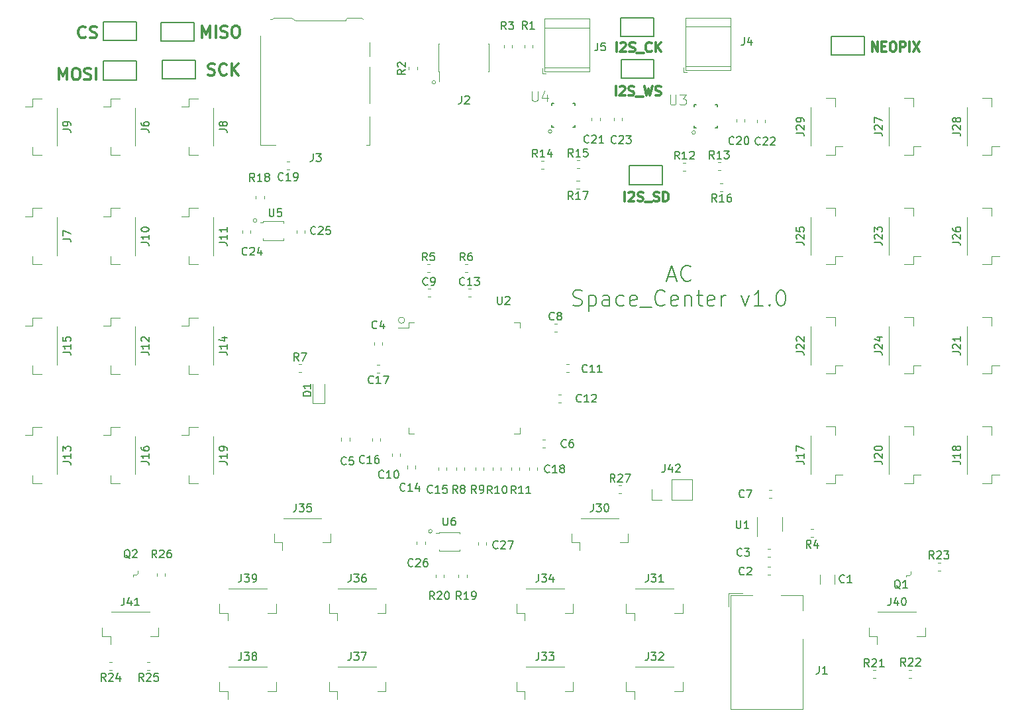
<source format=gto>
G04 #@! TF.GenerationSoftware,KiCad,Pcbnew,(5.1.0)-1*
G04 #@! TF.CreationDate,2021-02-04T11:50:56-05:00*
G04 #@! TF.ProjectId,SpaceCenter_MainBoard_KiCAD,53706163-6543-4656-9e74-65725f4d6169,rev?*
G04 #@! TF.SameCoordinates,Original*
G04 #@! TF.FileFunction,Legend,Top*
G04 #@! TF.FilePolarity,Positive*
%FSLAX46Y46*%
G04 Gerber Fmt 4.6, Leading zero omitted, Abs format (unit mm)*
G04 Created by KiCad (PCBNEW (5.1.0)-1) date 2021-02-04 11:50:56*
%MOMM*%
%LPD*%
G04 APERTURE LIST*
%ADD10C,0.150000*%
%ADD11C,0.120000*%
%ADD12C,0.300000*%
%ADD13C,0.100000*%
%ADD14C,0.152400*%
%ADD15C,0.050000*%
G04 APERTURE END LIST*
D10*
X195691309Y-73116833D02*
X196643690Y-73116833D01*
X195500833Y-73688261D02*
X196167500Y-71688261D01*
X196834166Y-73688261D01*
X198643690Y-73497785D02*
X198548452Y-73593023D01*
X198262738Y-73688261D01*
X198072261Y-73688261D01*
X197786547Y-73593023D01*
X197596071Y-73402547D01*
X197500833Y-73212071D01*
X197405595Y-72831119D01*
X197405595Y-72545404D01*
X197500833Y-72164452D01*
X197596071Y-71973976D01*
X197786547Y-71783500D01*
X198072261Y-71688261D01*
X198262738Y-71688261D01*
X198548452Y-71783500D01*
X198643690Y-71878738D01*
X183596071Y-76743023D02*
X183881785Y-76838261D01*
X184357976Y-76838261D01*
X184548452Y-76743023D01*
X184643690Y-76647785D01*
X184738928Y-76457309D01*
X184738928Y-76266833D01*
X184643690Y-76076357D01*
X184548452Y-75981119D01*
X184357976Y-75885880D01*
X183977023Y-75790642D01*
X183786547Y-75695404D01*
X183691309Y-75600166D01*
X183596071Y-75409690D01*
X183596071Y-75219214D01*
X183691309Y-75028738D01*
X183786547Y-74933500D01*
X183977023Y-74838261D01*
X184453214Y-74838261D01*
X184738928Y-74933500D01*
X185596071Y-75504928D02*
X185596071Y-77504928D01*
X185596071Y-75600166D02*
X185786547Y-75504928D01*
X186167500Y-75504928D01*
X186357976Y-75600166D01*
X186453214Y-75695404D01*
X186548452Y-75885880D01*
X186548452Y-76457309D01*
X186453214Y-76647785D01*
X186357976Y-76743023D01*
X186167500Y-76838261D01*
X185786547Y-76838261D01*
X185596071Y-76743023D01*
X188262738Y-76838261D02*
X188262738Y-75790642D01*
X188167500Y-75600166D01*
X187977023Y-75504928D01*
X187596071Y-75504928D01*
X187405595Y-75600166D01*
X188262738Y-76743023D02*
X188072261Y-76838261D01*
X187596071Y-76838261D01*
X187405595Y-76743023D01*
X187310357Y-76552547D01*
X187310357Y-76362071D01*
X187405595Y-76171595D01*
X187596071Y-76076357D01*
X188072261Y-76076357D01*
X188262738Y-75981119D01*
X190072261Y-76743023D02*
X189881785Y-76838261D01*
X189500833Y-76838261D01*
X189310357Y-76743023D01*
X189215119Y-76647785D01*
X189119880Y-76457309D01*
X189119880Y-75885880D01*
X189215119Y-75695404D01*
X189310357Y-75600166D01*
X189500833Y-75504928D01*
X189881785Y-75504928D01*
X190072261Y-75600166D01*
X191691309Y-76743023D02*
X191500833Y-76838261D01*
X191119880Y-76838261D01*
X190929404Y-76743023D01*
X190834166Y-76552547D01*
X190834166Y-75790642D01*
X190929404Y-75600166D01*
X191119880Y-75504928D01*
X191500833Y-75504928D01*
X191691309Y-75600166D01*
X191786547Y-75790642D01*
X191786547Y-75981119D01*
X190834166Y-76171595D01*
X192167500Y-77028738D02*
X193691309Y-77028738D01*
X195310357Y-76647785D02*
X195215119Y-76743023D01*
X194929404Y-76838261D01*
X194738928Y-76838261D01*
X194453214Y-76743023D01*
X194262738Y-76552547D01*
X194167500Y-76362071D01*
X194072261Y-75981119D01*
X194072261Y-75695404D01*
X194167500Y-75314452D01*
X194262738Y-75123976D01*
X194453214Y-74933500D01*
X194738928Y-74838261D01*
X194929404Y-74838261D01*
X195215119Y-74933500D01*
X195310357Y-75028738D01*
X196929404Y-76743023D02*
X196738928Y-76838261D01*
X196357976Y-76838261D01*
X196167500Y-76743023D01*
X196072261Y-76552547D01*
X196072261Y-75790642D01*
X196167500Y-75600166D01*
X196357976Y-75504928D01*
X196738928Y-75504928D01*
X196929404Y-75600166D01*
X197024642Y-75790642D01*
X197024642Y-75981119D01*
X196072261Y-76171595D01*
X197881785Y-75504928D02*
X197881785Y-76838261D01*
X197881785Y-75695404D02*
X197977023Y-75600166D01*
X198167500Y-75504928D01*
X198453214Y-75504928D01*
X198643690Y-75600166D01*
X198738928Y-75790642D01*
X198738928Y-76838261D01*
X199405595Y-75504928D02*
X200167500Y-75504928D01*
X199691309Y-74838261D02*
X199691309Y-76552547D01*
X199786547Y-76743023D01*
X199977023Y-76838261D01*
X200167500Y-76838261D01*
X201596071Y-76743023D02*
X201405595Y-76838261D01*
X201024642Y-76838261D01*
X200834166Y-76743023D01*
X200738928Y-76552547D01*
X200738928Y-75790642D01*
X200834166Y-75600166D01*
X201024642Y-75504928D01*
X201405595Y-75504928D01*
X201596071Y-75600166D01*
X201691309Y-75790642D01*
X201691309Y-75981119D01*
X200738928Y-76171595D01*
X202548452Y-76838261D02*
X202548452Y-75504928D01*
X202548452Y-75885880D02*
X202643690Y-75695404D01*
X202738928Y-75600166D01*
X202929404Y-75504928D01*
X203119880Y-75504928D01*
X205119880Y-75504928D02*
X205596071Y-76838261D01*
X206072261Y-75504928D01*
X207881785Y-76838261D02*
X206738928Y-76838261D01*
X207310357Y-76838261D02*
X207310357Y-74838261D01*
X207119880Y-75123976D01*
X206929404Y-75314452D01*
X206738928Y-75409690D01*
X208738928Y-76647785D02*
X208834166Y-76743023D01*
X208738928Y-76838261D01*
X208643690Y-76743023D01*
X208738928Y-76647785D01*
X208738928Y-76838261D01*
X210072261Y-74838261D02*
X210262738Y-74838261D01*
X210453214Y-74933500D01*
X210548452Y-75028738D01*
X210643690Y-75219214D01*
X210738928Y-75600166D01*
X210738928Y-76076357D01*
X210643690Y-76457309D01*
X210548452Y-76647785D01*
X210453214Y-76743023D01*
X210262738Y-76838261D01*
X210072261Y-76838261D01*
X209881785Y-76743023D01*
X209786547Y-76647785D01*
X209691309Y-76457309D01*
X209596071Y-76076357D01*
X209596071Y-75600166D01*
X209691309Y-75219214D01*
X209786547Y-75028738D01*
X209881785Y-74933500D01*
X210072261Y-74838261D01*
D11*
X143167453Y-65913000D02*
G75*
G03X143167453Y-65913000I-228953J0D01*
G01*
X165582953Y-105664000D02*
G75*
G03X165582953Y-105664000I-228953J0D01*
G01*
X162071000Y-78676500D02*
G75*
G03X162071000Y-78676500I-400000J0D01*
G01*
X166027453Y-48260000D02*
G75*
G03X166027453Y-48260000I-228953J0D01*
G01*
X199237953Y-54673500D02*
G75*
G03X199237953Y-54673500I-228953J0D01*
G01*
X180886453Y-54546500D02*
G75*
G03X180886453Y-54546500I-228953J0D01*
G01*
D12*
X190205071Y-63471357D02*
X190205071Y-62271357D01*
X190719357Y-62385642D02*
X190776500Y-62328500D01*
X190890785Y-62271357D01*
X191176500Y-62271357D01*
X191290785Y-62328500D01*
X191347928Y-62385642D01*
X191405071Y-62499928D01*
X191405071Y-62614214D01*
X191347928Y-62785642D01*
X190662214Y-63471357D01*
X191405071Y-63471357D01*
X191862214Y-63414214D02*
X192033642Y-63471357D01*
X192319357Y-63471357D01*
X192433642Y-63414214D01*
X192490785Y-63357071D01*
X192547928Y-63242785D01*
X192547928Y-63128500D01*
X192490785Y-63014214D01*
X192433642Y-62957071D01*
X192319357Y-62899928D01*
X192090785Y-62842785D01*
X191976500Y-62785642D01*
X191919357Y-62728500D01*
X191862214Y-62614214D01*
X191862214Y-62499928D01*
X191919357Y-62385642D01*
X191976500Y-62328500D01*
X192090785Y-62271357D01*
X192376500Y-62271357D01*
X192547928Y-62328500D01*
X192776500Y-63585642D02*
X193690785Y-63585642D01*
X193919357Y-63414214D02*
X194090785Y-63471357D01*
X194376500Y-63471357D01*
X194490785Y-63414214D01*
X194547928Y-63357071D01*
X194605071Y-63242785D01*
X194605071Y-63128500D01*
X194547928Y-63014214D01*
X194490785Y-62957071D01*
X194376500Y-62899928D01*
X194147928Y-62842785D01*
X194033642Y-62785642D01*
X193976500Y-62728500D01*
X193919357Y-62614214D01*
X193919357Y-62499928D01*
X193976500Y-62385642D01*
X194033642Y-62328500D01*
X194147928Y-62271357D01*
X194433642Y-62271357D01*
X194605071Y-62328500D01*
X195119357Y-63471357D02*
X195119357Y-62271357D01*
X195405071Y-62271357D01*
X195576500Y-62328500D01*
X195690785Y-62442785D01*
X195747928Y-62557071D01*
X195805071Y-62785642D01*
X195805071Y-62957071D01*
X195747928Y-63185642D01*
X195690785Y-63299928D01*
X195576500Y-63414214D01*
X195405071Y-63471357D01*
X195119357Y-63471357D01*
X221818571Y-44294357D02*
X221818571Y-43094357D01*
X222504285Y-44294357D01*
X222504285Y-43094357D01*
X223075714Y-43665785D02*
X223475714Y-43665785D01*
X223647142Y-44294357D02*
X223075714Y-44294357D01*
X223075714Y-43094357D01*
X223647142Y-43094357D01*
X224390000Y-43094357D02*
X224618571Y-43094357D01*
X224732857Y-43151500D01*
X224847142Y-43265785D01*
X224904285Y-43494357D01*
X224904285Y-43894357D01*
X224847142Y-44122928D01*
X224732857Y-44237214D01*
X224618571Y-44294357D01*
X224390000Y-44294357D01*
X224275714Y-44237214D01*
X224161428Y-44122928D01*
X224104285Y-43894357D01*
X224104285Y-43494357D01*
X224161428Y-43265785D01*
X224275714Y-43151500D01*
X224390000Y-43094357D01*
X225418571Y-44294357D02*
X225418571Y-43094357D01*
X225875714Y-43094357D01*
X225990000Y-43151500D01*
X226047142Y-43208642D01*
X226104285Y-43322928D01*
X226104285Y-43494357D01*
X226047142Y-43608642D01*
X225990000Y-43665785D01*
X225875714Y-43722928D01*
X225418571Y-43722928D01*
X226618571Y-44294357D02*
X226618571Y-43094357D01*
X227075714Y-43094357D02*
X227875714Y-44294357D01*
X227875714Y-43094357D02*
X227075714Y-44294357D01*
X189039857Y-49945857D02*
X189039857Y-48745857D01*
X189554142Y-48860142D02*
X189611285Y-48803000D01*
X189725571Y-48745857D01*
X190011285Y-48745857D01*
X190125571Y-48803000D01*
X190182714Y-48860142D01*
X190239857Y-48974428D01*
X190239857Y-49088714D01*
X190182714Y-49260142D01*
X189497000Y-49945857D01*
X190239857Y-49945857D01*
X190697000Y-49888714D02*
X190868428Y-49945857D01*
X191154142Y-49945857D01*
X191268428Y-49888714D01*
X191325571Y-49831571D01*
X191382714Y-49717285D01*
X191382714Y-49603000D01*
X191325571Y-49488714D01*
X191268428Y-49431571D01*
X191154142Y-49374428D01*
X190925571Y-49317285D01*
X190811285Y-49260142D01*
X190754142Y-49203000D01*
X190697000Y-49088714D01*
X190697000Y-48974428D01*
X190754142Y-48860142D01*
X190811285Y-48803000D01*
X190925571Y-48745857D01*
X191211285Y-48745857D01*
X191382714Y-48803000D01*
X191611285Y-50060142D02*
X192525571Y-50060142D01*
X192697000Y-48745857D02*
X192982714Y-49945857D01*
X193211285Y-49088714D01*
X193439857Y-49945857D01*
X193725571Y-48745857D01*
X194125571Y-49888714D02*
X194297000Y-49945857D01*
X194582714Y-49945857D01*
X194697000Y-49888714D01*
X194754142Y-49831571D01*
X194811285Y-49717285D01*
X194811285Y-49603000D01*
X194754142Y-49488714D01*
X194697000Y-49431571D01*
X194582714Y-49374428D01*
X194354142Y-49317285D01*
X194239857Y-49260142D01*
X194182714Y-49203000D01*
X194125571Y-49088714D01*
X194125571Y-48974428D01*
X194182714Y-48860142D01*
X194239857Y-48803000D01*
X194354142Y-48745857D01*
X194639857Y-48745857D01*
X194811285Y-48803000D01*
X189160500Y-44357857D02*
X189160500Y-43157857D01*
X189674785Y-43272142D02*
X189731928Y-43215000D01*
X189846214Y-43157857D01*
X190131928Y-43157857D01*
X190246214Y-43215000D01*
X190303357Y-43272142D01*
X190360500Y-43386428D01*
X190360500Y-43500714D01*
X190303357Y-43672142D01*
X189617642Y-44357857D01*
X190360500Y-44357857D01*
X190817642Y-44300714D02*
X190989071Y-44357857D01*
X191274785Y-44357857D01*
X191389071Y-44300714D01*
X191446214Y-44243571D01*
X191503357Y-44129285D01*
X191503357Y-44015000D01*
X191446214Y-43900714D01*
X191389071Y-43843571D01*
X191274785Y-43786428D01*
X191046214Y-43729285D01*
X190931928Y-43672142D01*
X190874785Y-43615000D01*
X190817642Y-43500714D01*
X190817642Y-43386428D01*
X190874785Y-43272142D01*
X190931928Y-43215000D01*
X191046214Y-43157857D01*
X191331928Y-43157857D01*
X191503357Y-43215000D01*
X191731928Y-44472142D02*
X192646214Y-44472142D01*
X193617642Y-44243571D02*
X193560500Y-44300714D01*
X193389071Y-44357857D01*
X193274785Y-44357857D01*
X193103357Y-44300714D01*
X192989071Y-44186428D01*
X192931928Y-44072142D01*
X192874785Y-43843571D01*
X192874785Y-43672142D01*
X192931928Y-43443571D01*
X192989071Y-43329285D01*
X193103357Y-43215000D01*
X193274785Y-43157857D01*
X193389071Y-43157857D01*
X193560500Y-43215000D01*
X193617642Y-43272142D01*
X194131928Y-44357857D02*
X194131928Y-43157857D01*
X194817642Y-44357857D02*
X194303357Y-43672142D01*
X194817642Y-43157857D02*
X194131928Y-43843571D01*
X121289000Y-42445714D02*
X121217571Y-42517142D01*
X121003285Y-42588571D01*
X120860428Y-42588571D01*
X120646142Y-42517142D01*
X120503285Y-42374285D01*
X120431857Y-42231428D01*
X120360428Y-41945714D01*
X120360428Y-41731428D01*
X120431857Y-41445714D01*
X120503285Y-41302857D01*
X120646142Y-41160000D01*
X120860428Y-41088571D01*
X121003285Y-41088571D01*
X121217571Y-41160000D01*
X121289000Y-41231428D01*
X121860428Y-42517142D02*
X122074714Y-42588571D01*
X122431857Y-42588571D01*
X122574714Y-42517142D01*
X122646142Y-42445714D01*
X122717571Y-42302857D01*
X122717571Y-42160000D01*
X122646142Y-42017142D01*
X122574714Y-41945714D01*
X122431857Y-41874285D01*
X122146142Y-41802857D01*
X122003285Y-41731428D01*
X121931857Y-41660000D01*
X121860428Y-41517142D01*
X121860428Y-41374285D01*
X121931857Y-41231428D01*
X122003285Y-41160000D01*
X122146142Y-41088571D01*
X122503285Y-41088571D01*
X122717571Y-41160000D01*
X117911857Y-47922571D02*
X117911857Y-46422571D01*
X118411857Y-47494000D01*
X118911857Y-46422571D01*
X118911857Y-47922571D01*
X119911857Y-46422571D02*
X120197571Y-46422571D01*
X120340428Y-46494000D01*
X120483285Y-46636857D01*
X120554714Y-46922571D01*
X120554714Y-47422571D01*
X120483285Y-47708285D01*
X120340428Y-47851142D01*
X120197571Y-47922571D01*
X119911857Y-47922571D01*
X119769000Y-47851142D01*
X119626142Y-47708285D01*
X119554714Y-47422571D01*
X119554714Y-46922571D01*
X119626142Y-46636857D01*
X119769000Y-46494000D01*
X119911857Y-46422571D01*
X121126142Y-47851142D02*
X121340428Y-47922571D01*
X121697571Y-47922571D01*
X121840428Y-47851142D01*
X121911857Y-47779714D01*
X121983285Y-47636857D01*
X121983285Y-47494000D01*
X121911857Y-47351142D01*
X121840428Y-47279714D01*
X121697571Y-47208285D01*
X121411857Y-47136857D01*
X121269000Y-47065428D01*
X121197571Y-46994000D01*
X121126142Y-46851142D01*
X121126142Y-46708285D01*
X121197571Y-46565428D01*
X121269000Y-46494000D01*
X121411857Y-46422571D01*
X121769000Y-46422571D01*
X121983285Y-46494000D01*
X122626142Y-47922571D02*
X122626142Y-46422571D01*
X136945928Y-47279642D02*
X137160214Y-47351071D01*
X137517357Y-47351071D01*
X137660214Y-47279642D01*
X137731642Y-47208214D01*
X137803071Y-47065357D01*
X137803071Y-46922500D01*
X137731642Y-46779642D01*
X137660214Y-46708214D01*
X137517357Y-46636785D01*
X137231642Y-46565357D01*
X137088785Y-46493928D01*
X137017357Y-46422500D01*
X136945928Y-46279642D01*
X136945928Y-46136785D01*
X137017357Y-45993928D01*
X137088785Y-45922500D01*
X137231642Y-45851071D01*
X137588785Y-45851071D01*
X137803071Y-45922500D01*
X139303071Y-47208214D02*
X139231642Y-47279642D01*
X139017357Y-47351071D01*
X138874500Y-47351071D01*
X138660214Y-47279642D01*
X138517357Y-47136785D01*
X138445928Y-46993928D01*
X138374500Y-46708214D01*
X138374500Y-46493928D01*
X138445928Y-46208214D01*
X138517357Y-46065357D01*
X138660214Y-45922500D01*
X138874500Y-45851071D01*
X139017357Y-45851071D01*
X139231642Y-45922500D01*
X139303071Y-45993928D01*
X139945928Y-47351071D02*
X139945928Y-45851071D01*
X140803071Y-47351071D02*
X140160214Y-46493928D01*
X140803071Y-45851071D02*
X139945928Y-46708214D01*
X136199857Y-42525071D02*
X136199857Y-41025071D01*
X136699857Y-42096500D01*
X137199857Y-41025071D01*
X137199857Y-42525071D01*
X137914142Y-42525071D02*
X137914142Y-41025071D01*
X138557000Y-42453642D02*
X138771285Y-42525071D01*
X139128428Y-42525071D01*
X139271285Y-42453642D01*
X139342714Y-42382214D01*
X139414142Y-42239357D01*
X139414142Y-42096500D01*
X139342714Y-41953642D01*
X139271285Y-41882214D01*
X139128428Y-41810785D01*
X138842714Y-41739357D01*
X138699857Y-41667928D01*
X138628428Y-41596500D01*
X138557000Y-41453642D01*
X138557000Y-41310785D01*
X138628428Y-41167928D01*
X138699857Y-41096500D01*
X138842714Y-41025071D01*
X139199857Y-41025071D01*
X139414142Y-41096500D01*
X140342714Y-41025071D02*
X140628428Y-41025071D01*
X140771285Y-41096500D01*
X140914142Y-41239357D01*
X140985571Y-41525071D01*
X140985571Y-42025071D01*
X140914142Y-42310785D01*
X140771285Y-42453642D01*
X140628428Y-42525071D01*
X140342714Y-42525071D01*
X140199857Y-42453642D01*
X140057000Y-42310785D01*
X139985571Y-42025071D01*
X139985571Y-41525071D01*
X140057000Y-41239357D01*
X140199857Y-41096500D01*
X140342714Y-41025071D01*
D11*
X125659500Y-50326500D02*
X124509500Y-50326500D01*
X124509500Y-50326500D02*
X124509500Y-51376500D01*
X124509500Y-51376500D02*
X123519500Y-51376500D01*
X125659500Y-57546500D02*
X124509500Y-57546500D01*
X124509500Y-57546500D02*
X124509500Y-56496500D01*
X127629500Y-51496500D02*
X127629500Y-56376500D01*
X217000500Y-111194436D02*
X217000500Y-112398564D01*
X215180500Y-111194436D02*
X215180500Y-112398564D01*
X208503733Y-111254000D02*
X208846267Y-111254000D01*
X208503733Y-110234000D02*
X208846267Y-110234000D01*
X208475733Y-107948000D02*
X208818267Y-107948000D01*
X208475733Y-108968000D02*
X208818267Y-108968000D01*
X159196500Y-81832267D02*
X159196500Y-81489733D01*
X158176500Y-81832267D02*
X158176500Y-81489733D01*
X155005500Y-93731233D02*
X155005500Y-94073767D01*
X153985500Y-93731233D02*
X153985500Y-94073767D01*
X179710233Y-94934500D02*
X180052767Y-94934500D01*
X179710233Y-93914500D02*
X180052767Y-93914500D01*
X208602733Y-101411500D02*
X208945267Y-101411500D01*
X208602733Y-100391500D02*
X208945267Y-100391500D01*
X181170733Y-80139000D02*
X181513267Y-80139000D01*
X181170733Y-79119000D02*
X181513267Y-79119000D01*
X165006233Y-74674000D02*
X165348767Y-74674000D01*
X165006233Y-75694000D02*
X165348767Y-75694000D01*
X160462500Y-95699733D02*
X160462500Y-96042267D01*
X161482500Y-95699733D02*
X161482500Y-96042267D01*
X182694733Y-84262500D02*
X183037267Y-84262500D01*
X182694733Y-85282500D02*
X183037267Y-85282500D01*
X181678733Y-88199500D02*
X182021267Y-88199500D01*
X181678733Y-89219500D02*
X182021267Y-89219500D01*
X170185233Y-75694000D02*
X170527767Y-75694000D01*
X170185233Y-74674000D02*
X170527767Y-74674000D01*
X163451000Y-97287233D02*
X163451000Y-97629767D01*
X162431000Y-97287233D02*
X162431000Y-97629767D01*
X167388000Y-97477733D02*
X167388000Y-97820267D01*
X166368000Y-97477733D02*
X166368000Y-97820267D01*
X158942500Y-93794733D02*
X158942500Y-94137267D01*
X157922500Y-93794733D02*
X157922500Y-94137267D01*
X158871767Y-84389500D02*
X158529233Y-84389500D01*
X158871767Y-85409500D02*
X158529233Y-85409500D01*
X179008500Y-97477733D02*
X179008500Y-97820267D01*
X177988500Y-97477733D02*
X177988500Y-97820267D01*
X147350267Y-58418000D02*
X147007733Y-58418000D01*
X147350267Y-59438000D02*
X147007733Y-59438000D01*
X204468000Y-52992233D02*
X204468000Y-53334767D01*
X205488000Y-52992233D02*
X205488000Y-53334767D01*
X187009500Y-52787733D02*
X187009500Y-53130267D01*
X185989500Y-52787733D02*
X185989500Y-53130267D01*
X208155000Y-53027733D02*
X208155000Y-53370267D01*
X207135000Y-53027733D02*
X207135000Y-53370267D01*
X188847000Y-52801733D02*
X188847000Y-53144267D01*
X189867000Y-52801733D02*
X189867000Y-53144267D01*
X141349000Y-67202233D02*
X141349000Y-67544767D01*
X142369000Y-67202233D02*
X142369000Y-67544767D01*
X149290500Y-67202233D02*
X149290500Y-67544767D01*
X148270500Y-67202233D02*
X148270500Y-67544767D01*
X164657500Y-107002733D02*
X164657500Y-107345267D01*
X163637500Y-107002733D02*
X163637500Y-107345267D01*
X171448000Y-107030733D02*
X171448000Y-107373267D01*
X172468000Y-107030733D02*
X172468000Y-107373267D01*
X150331500Y-86816000D02*
X150331500Y-89276000D01*
X150331500Y-89276000D02*
X151801500Y-89276000D01*
X151801500Y-89276000D02*
X151801500Y-86816000D01*
X212943500Y-119417500D02*
X212943500Y-128417500D01*
X212943500Y-128417500D02*
X203743500Y-128417500D01*
X203743500Y-128417500D02*
X203743500Y-113817500D01*
X203743500Y-113817500D02*
X206543500Y-113817500D01*
X210143500Y-113817500D02*
X212943500Y-113817500D01*
X212943500Y-113817500D02*
X212943500Y-115817500D01*
X203503500Y-115317500D02*
X203503500Y-113577500D01*
X203503500Y-113577500D02*
X205243500Y-113577500D01*
X166373500Y-46831500D02*
X166373500Y-43301500D01*
X172843500Y-46831500D02*
X172843500Y-43301500D01*
X166438500Y-48156500D02*
X166438500Y-46831500D01*
X166373500Y-46831500D02*
X166438500Y-46831500D01*
X166373500Y-43301500D02*
X166438500Y-43301500D01*
X172778500Y-46831500D02*
X172843500Y-46831500D01*
X172778500Y-43301500D02*
X172843500Y-43301500D01*
X147617000Y-40002000D02*
X148127000Y-40352000D01*
X145107000Y-40202000D02*
X144847000Y-40202000D01*
X145307000Y-40002000D02*
X145107000Y-40202000D01*
X154707000Y-40002000D02*
X154497000Y-40202000D01*
X154497000Y-40352000D02*
X154497000Y-40202000D01*
X154497000Y-40352000D02*
X148127000Y-40352000D01*
X157597000Y-44962000D02*
X157597000Y-43162000D01*
X157597000Y-50962000D02*
X157597000Y-46262000D01*
X156567000Y-40002000D02*
X156767000Y-40202000D01*
X156567000Y-40002000D02*
X154707000Y-40002000D01*
X145307000Y-40002000D02*
X147617000Y-40002000D01*
X157597000Y-56272000D02*
X157597000Y-52662000D01*
X157147000Y-56272000D02*
X157597000Y-56272000D01*
X143627000Y-56272000D02*
X143627000Y-42262000D01*
X145547000Y-56272000D02*
X143627000Y-56272000D01*
X197960500Y-46220500D02*
X203740500Y-46220500D01*
X197960500Y-41120500D02*
X203740500Y-41120500D01*
X197960500Y-40000500D02*
X203740500Y-40000500D01*
X197960500Y-46740500D02*
X203740500Y-46740500D01*
X197960500Y-40000500D02*
X197960500Y-46740500D01*
X203740500Y-40000500D02*
X203740500Y-46740500D01*
X197720500Y-46340500D02*
X197720500Y-46980500D01*
X197720500Y-46980500D02*
X198120500Y-46980500D01*
X179686500Y-47107500D02*
X180086500Y-47107500D01*
X179686500Y-46467500D02*
X179686500Y-47107500D01*
X185706500Y-40127500D02*
X185706500Y-46867500D01*
X179926500Y-40127500D02*
X179926500Y-46867500D01*
X179926500Y-46867500D02*
X185706500Y-46867500D01*
X179926500Y-40127500D02*
X185706500Y-40127500D01*
X179926500Y-41247500D02*
X185706500Y-41247500D01*
X179926500Y-46347500D02*
X185706500Y-46347500D01*
X198815000Y-101660000D02*
X198815000Y-99000000D01*
X196215000Y-101660000D02*
X198815000Y-101660000D01*
X196215000Y-99000000D02*
X198815000Y-99000000D01*
X196215000Y-101660000D02*
X196215000Y-99000000D01*
X194945000Y-101660000D02*
X193615000Y-101660000D01*
X193615000Y-101660000D02*
X193615000Y-100330000D01*
D13*
X226144500Y-111293760D02*
X226144500Y-111493760D01*
X226594500Y-111293760D02*
X226144500Y-111293760D01*
X226794500Y-111093760D02*
X226594500Y-111293760D01*
X226794500Y-110793760D02*
X226794500Y-111093760D01*
X127988500Y-110730260D02*
X127988500Y-111030260D01*
X127988500Y-111030260D02*
X127788500Y-111230260D01*
X127788500Y-111230260D02*
X127338500Y-111230260D01*
X127338500Y-111230260D02*
X127338500Y-111430260D01*
D11*
X178437000Y-43845267D02*
X178437000Y-43502733D01*
X177417000Y-43845267D02*
X177417000Y-43502733D01*
X163641500Y-46639267D02*
X163641500Y-46296733D01*
X162621500Y-46639267D02*
X162621500Y-46296733D01*
X174750000Y-43859267D02*
X174750000Y-43516733D01*
X175770000Y-43859267D02*
X175770000Y-43516733D01*
X214342767Y-106428000D02*
X214000233Y-106428000D01*
X214342767Y-105408000D02*
X214000233Y-105408000D01*
X164942733Y-72519000D02*
X165285267Y-72519000D01*
X164942733Y-71499000D02*
X165285267Y-71499000D01*
X169768733Y-71499000D02*
X170111267Y-71499000D01*
X169768733Y-72519000D02*
X170111267Y-72519000D01*
X148496233Y-85346000D02*
X148838767Y-85346000D01*
X148496233Y-84326000D02*
X148838767Y-84326000D01*
X168654000Y-97505733D02*
X168654000Y-97848267D01*
X169674000Y-97505733D02*
X169674000Y-97848267D01*
X171130500Y-97505733D02*
X171130500Y-97848267D01*
X172150500Y-97505733D02*
X172150500Y-97848267D01*
X174373000Y-97477733D02*
X174373000Y-97820267D01*
X173353000Y-97477733D02*
X173353000Y-97820267D01*
X175702500Y-97505733D02*
X175702500Y-97848267D01*
X176722500Y-97505733D02*
X176722500Y-97848267D01*
X197645233Y-59565000D02*
X197987767Y-59565000D01*
X197645233Y-58545000D02*
X197987767Y-58545000D01*
X202090233Y-58481500D02*
X202432767Y-58481500D01*
X202090233Y-59501500D02*
X202432767Y-59501500D01*
X179484233Y-58291000D02*
X179826767Y-58291000D01*
X179484233Y-59311000D02*
X179826767Y-59311000D01*
X184056233Y-59247500D02*
X184398767Y-59247500D01*
X184056233Y-58227500D02*
X184398767Y-58227500D01*
X202750267Y-62168500D02*
X202407733Y-62168500D01*
X202750267Y-61148500D02*
X202407733Y-61148500D01*
X184384767Y-60831000D02*
X184042233Y-60831000D01*
X184384767Y-61851000D02*
X184042233Y-61851000D01*
X143063500Y-63163267D02*
X143063500Y-62820733D01*
X144083500Y-63163267D02*
X144083500Y-62820733D01*
X169991500Y-111193733D02*
X169991500Y-111536267D01*
X168971500Y-111193733D02*
X168971500Y-111536267D01*
X167070500Y-111207733D02*
X167070500Y-111550267D01*
X166050500Y-111207733D02*
X166050500Y-111550267D01*
X221902233Y-124462000D02*
X222244767Y-124462000D01*
X221902233Y-123442000D02*
X222244767Y-123442000D01*
X226852267Y-124462000D02*
X226509733Y-124462000D01*
X226852267Y-123442000D02*
X226509733Y-123442000D01*
X230192733Y-110682500D02*
X230535267Y-110682500D01*
X230192733Y-109662500D02*
X230535267Y-109662500D01*
X124680767Y-123446000D02*
X124338233Y-123446000D01*
X124680767Y-122426000D02*
X124338233Y-122426000D01*
X129506767Y-123446000D02*
X129164233Y-123446000D01*
X129506767Y-122426000D02*
X129164233Y-122426000D01*
X131447000Y-111017233D02*
X131447000Y-111359767D01*
X130427000Y-111017233D02*
X130427000Y-111359767D01*
X189425733Y-100840000D02*
X189768267Y-100840000D01*
X189425733Y-99820000D02*
X189768267Y-99820000D01*
D10*
X189670000Y-40011500D02*
X193870000Y-40011500D01*
X193870000Y-40011500D02*
X193870000Y-42411500D01*
X193870000Y-42411500D02*
X189670000Y-42411500D01*
X189670000Y-42411500D02*
X189670000Y-40011500D01*
X189733500Y-47745500D02*
X189733500Y-45345500D01*
X193933500Y-47745500D02*
X189733500Y-47745500D01*
X193933500Y-45345500D02*
X193933500Y-47745500D01*
X189733500Y-45345500D02*
X193933500Y-45345500D01*
X190813000Y-61334500D02*
X190813000Y-58934500D01*
X195013000Y-61334500D02*
X190813000Y-61334500D01*
X195013000Y-58934500D02*
X195013000Y-61334500D01*
X190813000Y-58934500D02*
X195013000Y-58934500D01*
X130932500Y-40583000D02*
X135132500Y-40583000D01*
X135132500Y-40583000D02*
X135132500Y-42983000D01*
X135132500Y-42983000D02*
X130932500Y-42983000D01*
X130932500Y-42983000D02*
X130932500Y-40583000D01*
X131123000Y-45409000D02*
X135323000Y-45409000D01*
X135323000Y-45409000D02*
X135323000Y-47809000D01*
X135323000Y-47809000D02*
X131123000Y-47809000D01*
X131123000Y-47809000D02*
X131123000Y-45409000D01*
X123566500Y-47936000D02*
X123566500Y-45536000D01*
X127766500Y-47936000D02*
X123566500Y-47936000D01*
X127766500Y-45536000D02*
X127766500Y-47936000D01*
X123566500Y-45536000D02*
X127766500Y-45536000D01*
X123566500Y-40519500D02*
X127766500Y-40519500D01*
X127766500Y-40519500D02*
X127766500Y-42919500D01*
X127766500Y-42919500D02*
X123566500Y-42919500D01*
X123566500Y-42919500D02*
X123566500Y-40519500D01*
X216594000Y-44761000D02*
X216594000Y-42361000D01*
X220794000Y-44761000D02*
X216594000Y-44761000D01*
X220794000Y-42361000D02*
X220794000Y-44761000D01*
X216594000Y-42361000D02*
X220794000Y-42361000D01*
D11*
X210337000Y-105654500D02*
X210337000Y-103854500D01*
X207117000Y-103854500D02*
X207117000Y-106304500D01*
X176082000Y-93152500D02*
X176782000Y-93152500D01*
X176782000Y-93152500D02*
X176782000Y-92452500D01*
X163262000Y-93152500D02*
X162562000Y-93152500D01*
X162562000Y-93152500D02*
X162562000Y-92452500D01*
X176082000Y-78932500D02*
X176782000Y-78932500D01*
X176782000Y-78932500D02*
X176782000Y-79632500D01*
X163262000Y-78932500D02*
X162562000Y-78932500D01*
X162562000Y-78932500D02*
X162562000Y-79632500D01*
X162562000Y-79632500D02*
X161197000Y-79632500D01*
D14*
X199288400Y-51079400D02*
X199034400Y-51079400D01*
X202031600Y-51333400D02*
X202031600Y-51079400D01*
X201777600Y-54076600D02*
X202031600Y-54076600D01*
X199034400Y-53822600D02*
X199034400Y-54076600D01*
X202031600Y-54076600D02*
X202031600Y-53822600D01*
X202031600Y-51079400D02*
X201777600Y-51079400D01*
X199034400Y-51079400D02*
X199034400Y-51333400D01*
X199034400Y-54076600D02*
X199288400Y-54076600D01*
X180873400Y-53949600D02*
X181127400Y-53949600D01*
X180873400Y-50952400D02*
X180873400Y-51206400D01*
X183870600Y-50952400D02*
X183616600Y-50952400D01*
X183870600Y-53949600D02*
X183870600Y-53695600D01*
X180873400Y-53695600D02*
X180873400Y-53949600D01*
X183616600Y-53949600D02*
X183870600Y-53949600D01*
X183870600Y-51206400D02*
X183870600Y-50952400D01*
X181127400Y-50952400D02*
X180873400Y-50952400D01*
D11*
X143988000Y-68446500D02*
X146588000Y-68446500D01*
X146588000Y-68446500D02*
X146588000Y-68246500D01*
X146588000Y-66246500D02*
X146588000Y-66046500D01*
X146588000Y-66046500D02*
X143988000Y-66046500D01*
X143988000Y-66046500D02*
X143988000Y-66146500D01*
X143988000Y-66146500D02*
X143588000Y-66146500D01*
X143988000Y-68446500D02*
X143988000Y-68246500D01*
X166467000Y-108197500D02*
X166467000Y-107997500D01*
X166467000Y-105897500D02*
X166067000Y-105897500D01*
X166467000Y-105797500D02*
X166467000Y-105897500D01*
X169067000Y-105797500D02*
X166467000Y-105797500D01*
X169067000Y-105997500D02*
X169067000Y-105797500D01*
X169067000Y-108197500D02*
X169067000Y-107997500D01*
X166467000Y-108197500D02*
X169067000Y-108197500D01*
X115659500Y-64326500D02*
X114509500Y-64326500D01*
X114509500Y-64326500D02*
X114509500Y-65376500D01*
X114509500Y-65376500D02*
X113519500Y-65376500D01*
X115659500Y-71546500D02*
X114509500Y-71546500D01*
X114509500Y-71546500D02*
X114509500Y-70496500D01*
X117629500Y-65496500D02*
X117629500Y-70376500D01*
X137629500Y-51496500D02*
X137629500Y-56376500D01*
X134509500Y-57546500D02*
X134509500Y-56496500D01*
X135659500Y-57546500D02*
X134509500Y-57546500D01*
X134509500Y-51376500D02*
X133519500Y-51376500D01*
X134509500Y-50326500D02*
X134509500Y-51376500D01*
X135659500Y-50326500D02*
X134509500Y-50326500D01*
X117629500Y-51496500D02*
X117629500Y-56376500D01*
X114509500Y-57546500D02*
X114509500Y-56496500D01*
X115659500Y-57546500D02*
X114509500Y-57546500D01*
X114509500Y-51376500D02*
X113519500Y-51376500D01*
X114509500Y-50326500D02*
X114509500Y-51376500D01*
X115659500Y-50326500D02*
X114509500Y-50326500D01*
X127629500Y-65496500D02*
X127629500Y-70376500D01*
X124509500Y-71546500D02*
X124509500Y-70496500D01*
X125659500Y-71546500D02*
X124509500Y-71546500D01*
X124509500Y-65376500D02*
X123519500Y-65376500D01*
X124509500Y-64326500D02*
X124509500Y-65376500D01*
X125659500Y-64326500D02*
X124509500Y-64326500D01*
X135659500Y-64326500D02*
X134509500Y-64326500D01*
X134509500Y-64326500D02*
X134509500Y-65376500D01*
X134509500Y-65376500D02*
X133519500Y-65376500D01*
X135659500Y-71546500D02*
X134509500Y-71546500D01*
X134509500Y-71546500D02*
X134509500Y-70496500D01*
X137629500Y-65496500D02*
X137629500Y-70376500D01*
X127629500Y-79496500D02*
X127629500Y-84376500D01*
X124509500Y-85546500D02*
X124509500Y-84496500D01*
X125659500Y-85546500D02*
X124509500Y-85546500D01*
X124509500Y-79376500D02*
X123519500Y-79376500D01*
X124509500Y-78326500D02*
X124509500Y-79376500D01*
X125659500Y-78326500D02*
X124509500Y-78326500D01*
X115659500Y-92326500D02*
X114509500Y-92326500D01*
X114509500Y-92326500D02*
X114509500Y-93376500D01*
X114509500Y-93376500D02*
X113519500Y-93376500D01*
X115659500Y-99546500D02*
X114509500Y-99546500D01*
X114509500Y-99546500D02*
X114509500Y-98496500D01*
X117629500Y-93496500D02*
X117629500Y-98376500D01*
X137629500Y-79496500D02*
X137629500Y-84376500D01*
X134509500Y-85546500D02*
X134509500Y-84496500D01*
X135659500Y-85546500D02*
X134509500Y-85546500D01*
X134509500Y-79376500D02*
X133519500Y-79376500D01*
X134509500Y-78326500D02*
X134509500Y-79376500D01*
X135659500Y-78326500D02*
X134509500Y-78326500D01*
X115659500Y-78326500D02*
X114509500Y-78326500D01*
X114509500Y-78326500D02*
X114509500Y-79376500D01*
X114509500Y-79376500D02*
X113519500Y-79376500D01*
X115659500Y-85546500D02*
X114509500Y-85546500D01*
X114509500Y-85546500D02*
X114509500Y-84496500D01*
X117629500Y-79496500D02*
X117629500Y-84376500D01*
X125659500Y-92326500D02*
X124509500Y-92326500D01*
X124509500Y-92326500D02*
X124509500Y-93376500D01*
X124509500Y-93376500D02*
X123519500Y-93376500D01*
X125659500Y-99546500D02*
X124509500Y-99546500D01*
X124509500Y-99546500D02*
X124509500Y-98496500D01*
X127629500Y-93496500D02*
X127629500Y-98376500D01*
X215927500Y-99514500D02*
X217077500Y-99514500D01*
X217077500Y-99514500D02*
X217077500Y-98464500D01*
X217077500Y-98464500D02*
X218067500Y-98464500D01*
X215927500Y-92294500D02*
X217077500Y-92294500D01*
X217077500Y-92294500D02*
X217077500Y-93344500D01*
X213957500Y-98344500D02*
X213957500Y-93464500D01*
X233957500Y-98344500D02*
X233957500Y-93464500D01*
X237077500Y-92294500D02*
X237077500Y-93344500D01*
X235927500Y-92294500D02*
X237077500Y-92294500D01*
X237077500Y-98464500D02*
X238067500Y-98464500D01*
X237077500Y-99514500D02*
X237077500Y-98464500D01*
X235927500Y-99514500D02*
X237077500Y-99514500D01*
X137629500Y-93496500D02*
X137629500Y-98376500D01*
X134509500Y-99546500D02*
X134509500Y-98496500D01*
X135659500Y-99546500D02*
X134509500Y-99546500D01*
X134509500Y-93376500D02*
X133519500Y-93376500D01*
X134509500Y-92326500D02*
X134509500Y-93376500D01*
X135659500Y-92326500D02*
X134509500Y-92326500D01*
X225927500Y-99514500D02*
X227077500Y-99514500D01*
X227077500Y-99514500D02*
X227077500Y-98464500D01*
X227077500Y-98464500D02*
X228067500Y-98464500D01*
X225927500Y-92294500D02*
X227077500Y-92294500D01*
X227077500Y-92294500D02*
X227077500Y-93344500D01*
X223957500Y-98344500D02*
X223957500Y-93464500D01*
X233957500Y-84344500D02*
X233957500Y-79464500D01*
X237077500Y-78294500D02*
X237077500Y-79344500D01*
X235927500Y-78294500D02*
X237077500Y-78294500D01*
X237077500Y-84464500D02*
X238067500Y-84464500D01*
X237077500Y-85514500D02*
X237077500Y-84464500D01*
X235927500Y-85514500D02*
X237077500Y-85514500D01*
X213957500Y-84344500D02*
X213957500Y-79464500D01*
X217077500Y-78294500D02*
X217077500Y-79344500D01*
X215927500Y-78294500D02*
X217077500Y-78294500D01*
X217077500Y-84464500D02*
X218067500Y-84464500D01*
X217077500Y-85514500D02*
X217077500Y-84464500D01*
X215927500Y-85514500D02*
X217077500Y-85514500D01*
X223957500Y-70344500D02*
X223957500Y-65464500D01*
X227077500Y-64294500D02*
X227077500Y-65344500D01*
X225927500Y-64294500D02*
X227077500Y-64294500D01*
X227077500Y-70464500D02*
X228067500Y-70464500D01*
X227077500Y-71514500D02*
X227077500Y-70464500D01*
X225927500Y-71514500D02*
X227077500Y-71514500D01*
X225927500Y-85514500D02*
X227077500Y-85514500D01*
X227077500Y-85514500D02*
X227077500Y-84464500D01*
X227077500Y-84464500D02*
X228067500Y-84464500D01*
X225927500Y-78294500D02*
X227077500Y-78294500D01*
X227077500Y-78294500D02*
X227077500Y-79344500D01*
X223957500Y-84344500D02*
X223957500Y-79464500D01*
X215927500Y-71514500D02*
X217077500Y-71514500D01*
X217077500Y-71514500D02*
X217077500Y-70464500D01*
X217077500Y-70464500D02*
X218067500Y-70464500D01*
X215927500Y-64294500D02*
X217077500Y-64294500D01*
X217077500Y-64294500D02*
X217077500Y-65344500D01*
X213957500Y-70344500D02*
X213957500Y-65464500D01*
X235927500Y-71514500D02*
X237077500Y-71514500D01*
X237077500Y-71514500D02*
X237077500Y-70464500D01*
X237077500Y-70464500D02*
X238067500Y-70464500D01*
X235927500Y-64294500D02*
X237077500Y-64294500D01*
X237077500Y-64294500D02*
X237077500Y-65344500D01*
X233957500Y-70344500D02*
X233957500Y-65464500D01*
X225927500Y-57514500D02*
X227077500Y-57514500D01*
X227077500Y-57514500D02*
X227077500Y-56464500D01*
X227077500Y-56464500D02*
X228067500Y-56464500D01*
X225927500Y-50294500D02*
X227077500Y-50294500D01*
X227077500Y-50294500D02*
X227077500Y-51344500D01*
X223957500Y-56344500D02*
X223957500Y-51464500D01*
X233957500Y-56344500D02*
X233957500Y-51464500D01*
X237077500Y-50294500D02*
X237077500Y-51344500D01*
X235927500Y-50294500D02*
X237077500Y-50294500D01*
X237077500Y-56464500D02*
X238067500Y-56464500D01*
X237077500Y-57514500D02*
X237077500Y-56464500D01*
X235927500Y-57514500D02*
X237077500Y-57514500D01*
X213957500Y-56344500D02*
X213957500Y-51464500D01*
X217077500Y-50294500D02*
X217077500Y-51344500D01*
X215927500Y-50294500D02*
X217077500Y-50294500D01*
X217077500Y-56464500D02*
X218067500Y-56464500D01*
X217077500Y-57514500D02*
X217077500Y-56464500D01*
X215927500Y-57514500D02*
X217077500Y-57514500D01*
X183390000Y-105960000D02*
X183390000Y-107110000D01*
X183390000Y-107110000D02*
X184440000Y-107110000D01*
X184440000Y-107110000D02*
X184440000Y-108100000D01*
X190610000Y-105960000D02*
X190610000Y-107110000D01*
X190610000Y-107110000D02*
X189560000Y-107110000D01*
X184560000Y-103990000D02*
X189440000Y-103990000D01*
X191560000Y-112990000D02*
X196440000Y-112990000D01*
X197610000Y-116110000D02*
X196560000Y-116110000D01*
X197610000Y-114960000D02*
X197610000Y-116110000D01*
X191440000Y-116110000D02*
X191440000Y-117100000D01*
X190390000Y-116110000D02*
X191440000Y-116110000D01*
X190390000Y-114960000D02*
X190390000Y-116110000D01*
X190390000Y-124960000D02*
X190390000Y-126110000D01*
X190390000Y-126110000D02*
X191440000Y-126110000D01*
X191440000Y-126110000D02*
X191440000Y-127100000D01*
X197610000Y-124960000D02*
X197610000Y-126110000D01*
X197610000Y-126110000D02*
X196560000Y-126110000D01*
X191560000Y-122990000D02*
X196440000Y-122990000D01*
X177560000Y-122990000D02*
X182440000Y-122990000D01*
X183610000Y-126110000D02*
X182560000Y-126110000D01*
X183610000Y-124960000D02*
X183610000Y-126110000D01*
X177440000Y-126110000D02*
X177440000Y-127100000D01*
X176390000Y-126110000D02*
X177440000Y-126110000D01*
X176390000Y-124960000D02*
X176390000Y-126110000D01*
X176390000Y-114960000D02*
X176390000Y-116110000D01*
X176390000Y-116110000D02*
X177440000Y-116110000D01*
X177440000Y-116110000D02*
X177440000Y-117100000D01*
X183610000Y-114960000D02*
X183610000Y-116110000D01*
X183610000Y-116110000D02*
X182560000Y-116110000D01*
X177560000Y-112990000D02*
X182440000Y-112990000D01*
X146560000Y-103990000D02*
X151440000Y-103990000D01*
X152610000Y-107110000D02*
X151560000Y-107110000D01*
X152610000Y-105960000D02*
X152610000Y-107110000D01*
X146440000Y-107110000D02*
X146440000Y-108100000D01*
X145390000Y-107110000D02*
X146440000Y-107110000D01*
X145390000Y-105960000D02*
X145390000Y-107110000D01*
X152390000Y-114960000D02*
X152390000Y-116110000D01*
X152390000Y-116110000D02*
X153440000Y-116110000D01*
X153440000Y-116110000D02*
X153440000Y-117100000D01*
X159610000Y-114960000D02*
X159610000Y-116110000D01*
X159610000Y-116110000D02*
X158560000Y-116110000D01*
X153560000Y-112990000D02*
X158440000Y-112990000D01*
X153560000Y-122990000D02*
X158440000Y-122990000D01*
X159610000Y-126110000D02*
X158560000Y-126110000D01*
X159610000Y-124960000D02*
X159610000Y-126110000D01*
X153440000Y-126110000D02*
X153440000Y-127100000D01*
X152390000Y-126110000D02*
X153440000Y-126110000D01*
X152390000Y-124960000D02*
X152390000Y-126110000D01*
X138390000Y-124960000D02*
X138390000Y-126110000D01*
X138390000Y-126110000D02*
X139440000Y-126110000D01*
X139440000Y-126110000D02*
X139440000Y-127100000D01*
X145610000Y-124960000D02*
X145610000Y-126110000D01*
X145610000Y-126110000D02*
X144560000Y-126110000D01*
X139560000Y-122990000D02*
X144440000Y-122990000D01*
X139560000Y-112990000D02*
X144440000Y-112990000D01*
X145610000Y-116110000D02*
X144560000Y-116110000D01*
X145610000Y-114960000D02*
X145610000Y-116110000D01*
X139440000Y-116110000D02*
X139440000Y-117100000D01*
X138390000Y-116110000D02*
X139440000Y-116110000D01*
X138390000Y-114960000D02*
X138390000Y-116110000D01*
X222560000Y-115990000D02*
X227440000Y-115990000D01*
X228610000Y-119110000D02*
X227560000Y-119110000D01*
X228610000Y-117960000D02*
X228610000Y-119110000D01*
X222440000Y-119110000D02*
X222440000Y-120100000D01*
X221390000Y-119110000D02*
X222440000Y-119110000D01*
X221390000Y-117960000D02*
X221390000Y-119110000D01*
X123390000Y-117960000D02*
X123390000Y-119110000D01*
X123390000Y-119110000D02*
X124440000Y-119110000D01*
X124440000Y-119110000D02*
X124440000Y-120100000D01*
X130610000Y-117960000D02*
X130610000Y-119110000D01*
X130610000Y-119110000D02*
X129560000Y-119110000D01*
X124560000Y-115990000D02*
X129440000Y-115990000D01*
D10*
X128371880Y-54269833D02*
X129086166Y-54269833D01*
X129229023Y-54317452D01*
X129324261Y-54412690D01*
X129371880Y-54555547D01*
X129371880Y-54650785D01*
X128371880Y-53365071D02*
X128371880Y-53555547D01*
X128419500Y-53650785D01*
X128467119Y-53698404D01*
X128609976Y-53793642D01*
X128800452Y-53841261D01*
X129181404Y-53841261D01*
X129276642Y-53793642D01*
X129324261Y-53746023D01*
X129371880Y-53650785D01*
X129371880Y-53460309D01*
X129324261Y-53365071D01*
X129276642Y-53317452D01*
X129181404Y-53269833D01*
X128943309Y-53269833D01*
X128848071Y-53317452D01*
X128800452Y-53365071D01*
X128752833Y-53460309D01*
X128752833Y-53650785D01*
X128800452Y-53746023D01*
X128848071Y-53793642D01*
X128943309Y-53841261D01*
X218273333Y-112153642D02*
X218225714Y-112201261D01*
X218082857Y-112248880D01*
X217987619Y-112248880D01*
X217844761Y-112201261D01*
X217749523Y-112106023D01*
X217701904Y-112010785D01*
X217654285Y-111820309D01*
X217654285Y-111677452D01*
X217701904Y-111486976D01*
X217749523Y-111391738D01*
X217844761Y-111296500D01*
X217987619Y-111248880D01*
X218082857Y-111248880D01*
X218225714Y-111296500D01*
X218273333Y-111344119D01*
X219225714Y-112248880D02*
X218654285Y-112248880D01*
X218940000Y-112248880D02*
X218940000Y-111248880D01*
X218844761Y-111391738D01*
X218749523Y-111486976D01*
X218654285Y-111534595D01*
X205446333Y-111164642D02*
X205398714Y-111212261D01*
X205255857Y-111259880D01*
X205160619Y-111259880D01*
X205017761Y-111212261D01*
X204922523Y-111117023D01*
X204874904Y-111021785D01*
X204827285Y-110831309D01*
X204827285Y-110688452D01*
X204874904Y-110497976D01*
X204922523Y-110402738D01*
X205017761Y-110307500D01*
X205160619Y-110259880D01*
X205255857Y-110259880D01*
X205398714Y-110307500D01*
X205446333Y-110355119D01*
X205827285Y-110355119D02*
X205874904Y-110307500D01*
X205970142Y-110259880D01*
X206208238Y-110259880D01*
X206303476Y-110307500D01*
X206351095Y-110355119D01*
X206398714Y-110450357D01*
X206398714Y-110545595D01*
X206351095Y-110688452D01*
X205779666Y-111259880D01*
X206398714Y-111259880D01*
X205164333Y-108751642D02*
X205116714Y-108799261D01*
X204973857Y-108846880D01*
X204878619Y-108846880D01*
X204735761Y-108799261D01*
X204640523Y-108704023D01*
X204592904Y-108608785D01*
X204545285Y-108418309D01*
X204545285Y-108275452D01*
X204592904Y-108084976D01*
X204640523Y-107989738D01*
X204735761Y-107894500D01*
X204878619Y-107846880D01*
X204973857Y-107846880D01*
X205116714Y-107894500D01*
X205164333Y-107942119D01*
X205497666Y-107846880D02*
X206116714Y-107846880D01*
X205783380Y-108227833D01*
X205926238Y-108227833D01*
X206021476Y-108275452D01*
X206069095Y-108323071D01*
X206116714Y-108418309D01*
X206116714Y-108656404D01*
X206069095Y-108751642D01*
X206021476Y-108799261D01*
X205926238Y-108846880D01*
X205640523Y-108846880D01*
X205545285Y-108799261D01*
X205497666Y-108751642D01*
X158519833Y-79668642D02*
X158472214Y-79716261D01*
X158329357Y-79763880D01*
X158234119Y-79763880D01*
X158091261Y-79716261D01*
X157996023Y-79621023D01*
X157948404Y-79525785D01*
X157900785Y-79335309D01*
X157900785Y-79192452D01*
X157948404Y-79001976D01*
X157996023Y-78906738D01*
X158091261Y-78811500D01*
X158234119Y-78763880D01*
X158329357Y-78763880D01*
X158472214Y-78811500D01*
X158519833Y-78859119D01*
X159376976Y-79097214D02*
X159376976Y-79763880D01*
X159138880Y-78716261D02*
X158900785Y-79430547D01*
X159519833Y-79430547D01*
X154582833Y-97067642D02*
X154535214Y-97115261D01*
X154392357Y-97162880D01*
X154297119Y-97162880D01*
X154154261Y-97115261D01*
X154059023Y-97020023D01*
X154011404Y-96924785D01*
X153963785Y-96734309D01*
X153963785Y-96591452D01*
X154011404Y-96400976D01*
X154059023Y-96305738D01*
X154154261Y-96210500D01*
X154297119Y-96162880D01*
X154392357Y-96162880D01*
X154535214Y-96210500D01*
X154582833Y-96258119D01*
X155487595Y-96162880D02*
X155011404Y-96162880D01*
X154963785Y-96639071D01*
X155011404Y-96591452D01*
X155106642Y-96543833D01*
X155344738Y-96543833D01*
X155439976Y-96591452D01*
X155487595Y-96639071D01*
X155535214Y-96734309D01*
X155535214Y-96972404D01*
X155487595Y-97067642D01*
X155439976Y-97115261D01*
X155344738Y-97162880D01*
X155106642Y-97162880D01*
X155011404Y-97115261D01*
X154963785Y-97067642D01*
X182713333Y-94845142D02*
X182665714Y-94892761D01*
X182522857Y-94940380D01*
X182427619Y-94940380D01*
X182284761Y-94892761D01*
X182189523Y-94797523D01*
X182141904Y-94702285D01*
X182094285Y-94511809D01*
X182094285Y-94368952D01*
X182141904Y-94178476D01*
X182189523Y-94083238D01*
X182284761Y-93988000D01*
X182427619Y-93940380D01*
X182522857Y-93940380D01*
X182665714Y-93988000D01*
X182713333Y-94035619D01*
X183570476Y-93940380D02*
X183380000Y-93940380D01*
X183284761Y-93988000D01*
X183237142Y-94035619D01*
X183141904Y-94178476D01*
X183094285Y-94368952D01*
X183094285Y-94749904D01*
X183141904Y-94845142D01*
X183189523Y-94892761D01*
X183284761Y-94940380D01*
X183475238Y-94940380D01*
X183570476Y-94892761D01*
X183618095Y-94845142D01*
X183665714Y-94749904D01*
X183665714Y-94511809D01*
X183618095Y-94416571D01*
X183570476Y-94368952D01*
X183475238Y-94321333D01*
X183284761Y-94321333D01*
X183189523Y-94368952D01*
X183141904Y-94416571D01*
X183094285Y-94511809D01*
X205446333Y-101258642D02*
X205398714Y-101306261D01*
X205255857Y-101353880D01*
X205160619Y-101353880D01*
X205017761Y-101306261D01*
X204922523Y-101211023D01*
X204874904Y-101115785D01*
X204827285Y-100925309D01*
X204827285Y-100782452D01*
X204874904Y-100591976D01*
X204922523Y-100496738D01*
X205017761Y-100401500D01*
X205160619Y-100353880D01*
X205255857Y-100353880D01*
X205398714Y-100401500D01*
X205446333Y-100449119D01*
X205779666Y-100353880D02*
X206446333Y-100353880D01*
X206017761Y-101353880D01*
X181175333Y-78556142D02*
X181127714Y-78603761D01*
X180984857Y-78651380D01*
X180889619Y-78651380D01*
X180746761Y-78603761D01*
X180651523Y-78508523D01*
X180603904Y-78413285D01*
X180556285Y-78222809D01*
X180556285Y-78079952D01*
X180603904Y-77889476D01*
X180651523Y-77794238D01*
X180746761Y-77699000D01*
X180889619Y-77651380D01*
X180984857Y-77651380D01*
X181127714Y-77699000D01*
X181175333Y-77746619D01*
X181746761Y-78079952D02*
X181651523Y-78032333D01*
X181603904Y-77984714D01*
X181556285Y-77889476D01*
X181556285Y-77841857D01*
X181603904Y-77746619D01*
X181651523Y-77699000D01*
X181746761Y-77651380D01*
X181937238Y-77651380D01*
X182032476Y-77699000D01*
X182080095Y-77746619D01*
X182127714Y-77841857D01*
X182127714Y-77889476D01*
X182080095Y-77984714D01*
X182032476Y-78032333D01*
X181937238Y-78079952D01*
X181746761Y-78079952D01*
X181651523Y-78127571D01*
X181603904Y-78175190D01*
X181556285Y-78270428D01*
X181556285Y-78460904D01*
X181603904Y-78556142D01*
X181651523Y-78603761D01*
X181746761Y-78651380D01*
X181937238Y-78651380D01*
X182032476Y-78603761D01*
X182080095Y-78556142D01*
X182127714Y-78460904D01*
X182127714Y-78270428D01*
X182080095Y-78175190D01*
X182032476Y-78127571D01*
X181937238Y-78079952D01*
X165010833Y-74111142D02*
X164963214Y-74158761D01*
X164820357Y-74206380D01*
X164725119Y-74206380D01*
X164582261Y-74158761D01*
X164487023Y-74063523D01*
X164439404Y-73968285D01*
X164391785Y-73777809D01*
X164391785Y-73634952D01*
X164439404Y-73444476D01*
X164487023Y-73349238D01*
X164582261Y-73254000D01*
X164725119Y-73206380D01*
X164820357Y-73206380D01*
X164963214Y-73254000D01*
X165010833Y-73301619D01*
X165487023Y-74206380D02*
X165677500Y-74206380D01*
X165772738Y-74158761D01*
X165820357Y-74111142D01*
X165915595Y-73968285D01*
X165963214Y-73777809D01*
X165963214Y-73396857D01*
X165915595Y-73301619D01*
X165867976Y-73254000D01*
X165772738Y-73206380D01*
X165582261Y-73206380D01*
X165487023Y-73254000D01*
X165439404Y-73301619D01*
X165391785Y-73396857D01*
X165391785Y-73634952D01*
X165439404Y-73730190D01*
X165487023Y-73777809D01*
X165582261Y-73825428D01*
X165772738Y-73825428D01*
X165867976Y-73777809D01*
X165915595Y-73730190D01*
X165963214Y-73634952D01*
X159377142Y-98782142D02*
X159329523Y-98829761D01*
X159186666Y-98877380D01*
X159091428Y-98877380D01*
X158948571Y-98829761D01*
X158853333Y-98734523D01*
X158805714Y-98639285D01*
X158758095Y-98448809D01*
X158758095Y-98305952D01*
X158805714Y-98115476D01*
X158853333Y-98020238D01*
X158948571Y-97925000D01*
X159091428Y-97877380D01*
X159186666Y-97877380D01*
X159329523Y-97925000D01*
X159377142Y-97972619D01*
X160329523Y-98877380D02*
X159758095Y-98877380D01*
X160043809Y-98877380D02*
X160043809Y-97877380D01*
X159948571Y-98020238D01*
X159853333Y-98115476D01*
X159758095Y-98163095D01*
X160948571Y-97877380D02*
X161043809Y-97877380D01*
X161139047Y-97925000D01*
X161186666Y-97972619D01*
X161234285Y-98067857D01*
X161281904Y-98258333D01*
X161281904Y-98496428D01*
X161234285Y-98686904D01*
X161186666Y-98782142D01*
X161139047Y-98829761D01*
X161043809Y-98877380D01*
X160948571Y-98877380D01*
X160853333Y-98829761D01*
X160805714Y-98782142D01*
X160758095Y-98686904D01*
X160710476Y-98496428D01*
X160710476Y-98258333D01*
X160758095Y-98067857D01*
X160805714Y-97972619D01*
X160853333Y-97925000D01*
X160948571Y-97877380D01*
X185384142Y-85256642D02*
X185336523Y-85304261D01*
X185193666Y-85351880D01*
X185098428Y-85351880D01*
X184955571Y-85304261D01*
X184860333Y-85209023D01*
X184812714Y-85113785D01*
X184765095Y-84923309D01*
X184765095Y-84780452D01*
X184812714Y-84589976D01*
X184860333Y-84494738D01*
X184955571Y-84399500D01*
X185098428Y-84351880D01*
X185193666Y-84351880D01*
X185336523Y-84399500D01*
X185384142Y-84447119D01*
X186336523Y-85351880D02*
X185765095Y-85351880D01*
X186050809Y-85351880D02*
X186050809Y-84351880D01*
X185955571Y-84494738D01*
X185860333Y-84589976D01*
X185765095Y-84637595D01*
X187288904Y-85351880D02*
X186717476Y-85351880D01*
X187003190Y-85351880D02*
X187003190Y-84351880D01*
X186907952Y-84494738D01*
X186812714Y-84589976D01*
X186717476Y-84637595D01*
X184650142Y-89066642D02*
X184602523Y-89114261D01*
X184459666Y-89161880D01*
X184364428Y-89161880D01*
X184221571Y-89114261D01*
X184126333Y-89019023D01*
X184078714Y-88923785D01*
X184031095Y-88733309D01*
X184031095Y-88590452D01*
X184078714Y-88399976D01*
X184126333Y-88304738D01*
X184221571Y-88209500D01*
X184364428Y-88161880D01*
X184459666Y-88161880D01*
X184602523Y-88209500D01*
X184650142Y-88257119D01*
X185602523Y-89161880D02*
X185031095Y-89161880D01*
X185316809Y-89161880D02*
X185316809Y-88161880D01*
X185221571Y-88304738D01*
X185126333Y-88399976D01*
X185031095Y-88447595D01*
X185983476Y-88257119D02*
X186031095Y-88209500D01*
X186126333Y-88161880D01*
X186364428Y-88161880D01*
X186459666Y-88209500D01*
X186507285Y-88257119D01*
X186554904Y-88352357D01*
X186554904Y-88447595D01*
X186507285Y-88590452D01*
X185935857Y-89161880D01*
X186554904Y-89161880D01*
X169713642Y-74111142D02*
X169666023Y-74158761D01*
X169523166Y-74206380D01*
X169427928Y-74206380D01*
X169285071Y-74158761D01*
X169189833Y-74063523D01*
X169142214Y-73968285D01*
X169094595Y-73777809D01*
X169094595Y-73634952D01*
X169142214Y-73444476D01*
X169189833Y-73349238D01*
X169285071Y-73254000D01*
X169427928Y-73206380D01*
X169523166Y-73206380D01*
X169666023Y-73254000D01*
X169713642Y-73301619D01*
X170666023Y-74206380D02*
X170094595Y-74206380D01*
X170380309Y-74206380D02*
X170380309Y-73206380D01*
X170285071Y-73349238D01*
X170189833Y-73444476D01*
X170094595Y-73492095D01*
X170999357Y-73206380D02*
X171618404Y-73206380D01*
X171285071Y-73587333D01*
X171427928Y-73587333D01*
X171523166Y-73634952D01*
X171570785Y-73682571D01*
X171618404Y-73777809D01*
X171618404Y-74015904D01*
X171570785Y-74111142D01*
X171523166Y-74158761D01*
X171427928Y-74206380D01*
X171142214Y-74206380D01*
X171046976Y-74158761D01*
X170999357Y-74111142D01*
X162107642Y-100433142D02*
X162060023Y-100480761D01*
X161917166Y-100528380D01*
X161821928Y-100528380D01*
X161679071Y-100480761D01*
X161583833Y-100385523D01*
X161536214Y-100290285D01*
X161488595Y-100099809D01*
X161488595Y-99956952D01*
X161536214Y-99766476D01*
X161583833Y-99671238D01*
X161679071Y-99576000D01*
X161821928Y-99528380D01*
X161917166Y-99528380D01*
X162060023Y-99576000D01*
X162107642Y-99623619D01*
X163060023Y-100528380D02*
X162488595Y-100528380D01*
X162774309Y-100528380D02*
X162774309Y-99528380D01*
X162679071Y-99671238D01*
X162583833Y-99766476D01*
X162488595Y-99814095D01*
X163917166Y-99861714D02*
X163917166Y-100528380D01*
X163679071Y-99480761D02*
X163440976Y-100195047D01*
X164060023Y-100195047D01*
X165600142Y-100687142D02*
X165552523Y-100734761D01*
X165409666Y-100782380D01*
X165314428Y-100782380D01*
X165171571Y-100734761D01*
X165076333Y-100639523D01*
X165028714Y-100544285D01*
X164981095Y-100353809D01*
X164981095Y-100210952D01*
X165028714Y-100020476D01*
X165076333Y-99925238D01*
X165171571Y-99830000D01*
X165314428Y-99782380D01*
X165409666Y-99782380D01*
X165552523Y-99830000D01*
X165600142Y-99877619D01*
X166552523Y-100782380D02*
X165981095Y-100782380D01*
X166266809Y-100782380D02*
X166266809Y-99782380D01*
X166171571Y-99925238D01*
X166076333Y-100020476D01*
X165981095Y-100068095D01*
X167457285Y-99782380D02*
X166981095Y-99782380D01*
X166933476Y-100258571D01*
X166981095Y-100210952D01*
X167076333Y-100163333D01*
X167314428Y-100163333D01*
X167409666Y-100210952D01*
X167457285Y-100258571D01*
X167504904Y-100353809D01*
X167504904Y-100591904D01*
X167457285Y-100687142D01*
X167409666Y-100734761D01*
X167314428Y-100782380D01*
X167076333Y-100782380D01*
X166981095Y-100734761D01*
X166933476Y-100687142D01*
X156900642Y-96877142D02*
X156853023Y-96924761D01*
X156710166Y-96972380D01*
X156614928Y-96972380D01*
X156472071Y-96924761D01*
X156376833Y-96829523D01*
X156329214Y-96734285D01*
X156281595Y-96543809D01*
X156281595Y-96400952D01*
X156329214Y-96210476D01*
X156376833Y-96115238D01*
X156472071Y-96020000D01*
X156614928Y-95972380D01*
X156710166Y-95972380D01*
X156853023Y-96020000D01*
X156900642Y-96067619D01*
X157853023Y-96972380D02*
X157281595Y-96972380D01*
X157567309Y-96972380D02*
X157567309Y-95972380D01*
X157472071Y-96115238D01*
X157376833Y-96210476D01*
X157281595Y-96258095D01*
X158710166Y-95972380D02*
X158519690Y-95972380D01*
X158424452Y-96020000D01*
X158376833Y-96067619D01*
X158281595Y-96210476D01*
X158233976Y-96400952D01*
X158233976Y-96781904D01*
X158281595Y-96877142D01*
X158329214Y-96924761D01*
X158424452Y-96972380D01*
X158614928Y-96972380D01*
X158710166Y-96924761D01*
X158757785Y-96877142D01*
X158805404Y-96781904D01*
X158805404Y-96543809D01*
X158757785Y-96448571D01*
X158710166Y-96400952D01*
X158614928Y-96353333D01*
X158424452Y-96353333D01*
X158329214Y-96400952D01*
X158281595Y-96448571D01*
X158233976Y-96543809D01*
X158057642Y-86686642D02*
X158010023Y-86734261D01*
X157867166Y-86781880D01*
X157771928Y-86781880D01*
X157629071Y-86734261D01*
X157533833Y-86639023D01*
X157486214Y-86543785D01*
X157438595Y-86353309D01*
X157438595Y-86210452D01*
X157486214Y-86019976D01*
X157533833Y-85924738D01*
X157629071Y-85829500D01*
X157771928Y-85781880D01*
X157867166Y-85781880D01*
X158010023Y-85829500D01*
X158057642Y-85877119D01*
X159010023Y-86781880D02*
X158438595Y-86781880D01*
X158724309Y-86781880D02*
X158724309Y-85781880D01*
X158629071Y-85924738D01*
X158533833Y-86019976D01*
X158438595Y-86067595D01*
X159343357Y-85781880D02*
X160010023Y-85781880D01*
X159581452Y-86781880D01*
X180586142Y-98083642D02*
X180538523Y-98131261D01*
X180395666Y-98178880D01*
X180300428Y-98178880D01*
X180157571Y-98131261D01*
X180062333Y-98036023D01*
X180014714Y-97940785D01*
X179967095Y-97750309D01*
X179967095Y-97607452D01*
X180014714Y-97416976D01*
X180062333Y-97321738D01*
X180157571Y-97226500D01*
X180300428Y-97178880D01*
X180395666Y-97178880D01*
X180538523Y-97226500D01*
X180586142Y-97274119D01*
X181538523Y-98178880D02*
X180967095Y-98178880D01*
X181252809Y-98178880D02*
X181252809Y-97178880D01*
X181157571Y-97321738D01*
X181062333Y-97416976D01*
X180967095Y-97464595D01*
X182109952Y-97607452D02*
X182014714Y-97559833D01*
X181967095Y-97512214D01*
X181919476Y-97416976D01*
X181919476Y-97369357D01*
X181967095Y-97274119D01*
X182014714Y-97226500D01*
X182109952Y-97178880D01*
X182300428Y-97178880D01*
X182395666Y-97226500D01*
X182443285Y-97274119D01*
X182490904Y-97369357D01*
X182490904Y-97416976D01*
X182443285Y-97512214D01*
X182395666Y-97559833D01*
X182300428Y-97607452D01*
X182109952Y-97607452D01*
X182014714Y-97655071D01*
X181967095Y-97702690D01*
X181919476Y-97797928D01*
X181919476Y-97988404D01*
X181967095Y-98083642D01*
X182014714Y-98131261D01*
X182109952Y-98178880D01*
X182300428Y-98178880D01*
X182395666Y-98131261D01*
X182443285Y-98083642D01*
X182490904Y-97988404D01*
X182490904Y-97797928D01*
X182443285Y-97702690D01*
X182395666Y-97655071D01*
X182300428Y-97607452D01*
X146536142Y-60715142D02*
X146488523Y-60762761D01*
X146345666Y-60810380D01*
X146250428Y-60810380D01*
X146107571Y-60762761D01*
X146012333Y-60667523D01*
X145964714Y-60572285D01*
X145917095Y-60381809D01*
X145917095Y-60238952D01*
X145964714Y-60048476D01*
X146012333Y-59953238D01*
X146107571Y-59858000D01*
X146250428Y-59810380D01*
X146345666Y-59810380D01*
X146488523Y-59858000D01*
X146536142Y-59905619D01*
X147488523Y-60810380D02*
X146917095Y-60810380D01*
X147202809Y-60810380D02*
X147202809Y-59810380D01*
X147107571Y-59953238D01*
X147012333Y-60048476D01*
X146917095Y-60096095D01*
X147964714Y-60810380D02*
X148155190Y-60810380D01*
X148250428Y-60762761D01*
X148298047Y-60715142D01*
X148393285Y-60572285D01*
X148440904Y-60381809D01*
X148440904Y-60000857D01*
X148393285Y-59905619D01*
X148345666Y-59858000D01*
X148250428Y-59810380D01*
X148059952Y-59810380D01*
X147964714Y-59858000D01*
X147917095Y-59905619D01*
X147869476Y-60000857D01*
X147869476Y-60238952D01*
X147917095Y-60334190D01*
X147964714Y-60381809D01*
X148059952Y-60429428D01*
X148250428Y-60429428D01*
X148345666Y-60381809D01*
X148393285Y-60334190D01*
X148440904Y-60238952D01*
X204144642Y-56110142D02*
X204097023Y-56157761D01*
X203954166Y-56205380D01*
X203858928Y-56205380D01*
X203716071Y-56157761D01*
X203620833Y-56062523D01*
X203573214Y-55967285D01*
X203525595Y-55776809D01*
X203525595Y-55633952D01*
X203573214Y-55443476D01*
X203620833Y-55348238D01*
X203716071Y-55253000D01*
X203858928Y-55205380D01*
X203954166Y-55205380D01*
X204097023Y-55253000D01*
X204144642Y-55300619D01*
X204525595Y-55300619D02*
X204573214Y-55253000D01*
X204668452Y-55205380D01*
X204906547Y-55205380D01*
X205001785Y-55253000D01*
X205049404Y-55300619D01*
X205097023Y-55395857D01*
X205097023Y-55491095D01*
X205049404Y-55633952D01*
X204477976Y-56205380D01*
X205097023Y-56205380D01*
X205716071Y-55205380D02*
X205811309Y-55205380D01*
X205906547Y-55253000D01*
X205954166Y-55300619D01*
X206001785Y-55395857D01*
X206049404Y-55586333D01*
X206049404Y-55824428D01*
X206001785Y-56014904D01*
X205954166Y-56110142D01*
X205906547Y-56157761D01*
X205811309Y-56205380D01*
X205716071Y-56205380D01*
X205620833Y-56157761D01*
X205573214Y-56110142D01*
X205525595Y-56014904D01*
X205477976Y-55824428D01*
X205477976Y-55586333D01*
X205525595Y-55395857D01*
X205573214Y-55300619D01*
X205620833Y-55253000D01*
X205716071Y-55205380D01*
X185602642Y-55919642D02*
X185555023Y-55967261D01*
X185412166Y-56014880D01*
X185316928Y-56014880D01*
X185174071Y-55967261D01*
X185078833Y-55872023D01*
X185031214Y-55776785D01*
X184983595Y-55586309D01*
X184983595Y-55443452D01*
X185031214Y-55252976D01*
X185078833Y-55157738D01*
X185174071Y-55062500D01*
X185316928Y-55014880D01*
X185412166Y-55014880D01*
X185555023Y-55062500D01*
X185602642Y-55110119D01*
X185983595Y-55110119D02*
X186031214Y-55062500D01*
X186126452Y-55014880D01*
X186364547Y-55014880D01*
X186459785Y-55062500D01*
X186507404Y-55110119D01*
X186555023Y-55205357D01*
X186555023Y-55300595D01*
X186507404Y-55443452D01*
X185935976Y-56014880D01*
X186555023Y-56014880D01*
X187507404Y-56014880D02*
X186935976Y-56014880D01*
X187221690Y-56014880D02*
X187221690Y-55014880D01*
X187126452Y-55157738D01*
X187031214Y-55252976D01*
X186935976Y-55300595D01*
X207510142Y-56173642D02*
X207462523Y-56221261D01*
X207319666Y-56268880D01*
X207224428Y-56268880D01*
X207081571Y-56221261D01*
X206986333Y-56126023D01*
X206938714Y-56030785D01*
X206891095Y-55840309D01*
X206891095Y-55697452D01*
X206938714Y-55506976D01*
X206986333Y-55411738D01*
X207081571Y-55316500D01*
X207224428Y-55268880D01*
X207319666Y-55268880D01*
X207462523Y-55316500D01*
X207510142Y-55364119D01*
X207891095Y-55364119D02*
X207938714Y-55316500D01*
X208033952Y-55268880D01*
X208272047Y-55268880D01*
X208367285Y-55316500D01*
X208414904Y-55364119D01*
X208462523Y-55459357D01*
X208462523Y-55554595D01*
X208414904Y-55697452D01*
X207843476Y-56268880D01*
X208462523Y-56268880D01*
X208843476Y-55364119D02*
X208891095Y-55316500D01*
X208986333Y-55268880D01*
X209224428Y-55268880D01*
X209319666Y-55316500D01*
X209367285Y-55364119D01*
X209414904Y-55459357D01*
X209414904Y-55554595D01*
X209367285Y-55697452D01*
X208795857Y-56268880D01*
X209414904Y-56268880D01*
X189095142Y-55983142D02*
X189047523Y-56030761D01*
X188904666Y-56078380D01*
X188809428Y-56078380D01*
X188666571Y-56030761D01*
X188571333Y-55935523D01*
X188523714Y-55840285D01*
X188476095Y-55649809D01*
X188476095Y-55506952D01*
X188523714Y-55316476D01*
X188571333Y-55221238D01*
X188666571Y-55126000D01*
X188809428Y-55078380D01*
X188904666Y-55078380D01*
X189047523Y-55126000D01*
X189095142Y-55173619D01*
X189476095Y-55173619D02*
X189523714Y-55126000D01*
X189618952Y-55078380D01*
X189857047Y-55078380D01*
X189952285Y-55126000D01*
X189999904Y-55173619D01*
X190047523Y-55268857D01*
X190047523Y-55364095D01*
X189999904Y-55506952D01*
X189428476Y-56078380D01*
X190047523Y-56078380D01*
X190380857Y-55078380D02*
X190999904Y-55078380D01*
X190666571Y-55459333D01*
X190809428Y-55459333D01*
X190904666Y-55506952D01*
X190952285Y-55554571D01*
X190999904Y-55649809D01*
X190999904Y-55887904D01*
X190952285Y-55983142D01*
X190904666Y-56030761D01*
X190809428Y-56078380D01*
X190523714Y-56078380D01*
X190428476Y-56030761D01*
X190380857Y-55983142D01*
X141914642Y-70270642D02*
X141867023Y-70318261D01*
X141724166Y-70365880D01*
X141628928Y-70365880D01*
X141486071Y-70318261D01*
X141390833Y-70223023D01*
X141343214Y-70127785D01*
X141295595Y-69937309D01*
X141295595Y-69794452D01*
X141343214Y-69603976D01*
X141390833Y-69508738D01*
X141486071Y-69413500D01*
X141628928Y-69365880D01*
X141724166Y-69365880D01*
X141867023Y-69413500D01*
X141914642Y-69461119D01*
X142295595Y-69461119D02*
X142343214Y-69413500D01*
X142438452Y-69365880D01*
X142676547Y-69365880D01*
X142771785Y-69413500D01*
X142819404Y-69461119D01*
X142867023Y-69556357D01*
X142867023Y-69651595D01*
X142819404Y-69794452D01*
X142247976Y-70365880D01*
X142867023Y-70365880D01*
X143724166Y-69699214D02*
X143724166Y-70365880D01*
X143486071Y-69318261D02*
X143247976Y-70032547D01*
X143867023Y-70032547D01*
X150677642Y-67603642D02*
X150630023Y-67651261D01*
X150487166Y-67698880D01*
X150391928Y-67698880D01*
X150249071Y-67651261D01*
X150153833Y-67556023D01*
X150106214Y-67460785D01*
X150058595Y-67270309D01*
X150058595Y-67127452D01*
X150106214Y-66936976D01*
X150153833Y-66841738D01*
X150249071Y-66746500D01*
X150391928Y-66698880D01*
X150487166Y-66698880D01*
X150630023Y-66746500D01*
X150677642Y-66794119D01*
X151058595Y-66794119D02*
X151106214Y-66746500D01*
X151201452Y-66698880D01*
X151439547Y-66698880D01*
X151534785Y-66746500D01*
X151582404Y-66794119D01*
X151630023Y-66889357D01*
X151630023Y-66984595D01*
X151582404Y-67127452D01*
X151010976Y-67698880D01*
X151630023Y-67698880D01*
X152534785Y-66698880D02*
X152058595Y-66698880D01*
X152010976Y-67175071D01*
X152058595Y-67127452D01*
X152153833Y-67079833D01*
X152391928Y-67079833D01*
X152487166Y-67127452D01*
X152534785Y-67175071D01*
X152582404Y-67270309D01*
X152582404Y-67508404D01*
X152534785Y-67603642D01*
X152487166Y-67651261D01*
X152391928Y-67698880D01*
X152153833Y-67698880D01*
X152058595Y-67651261D01*
X152010976Y-67603642D01*
X163123642Y-110085142D02*
X163076023Y-110132761D01*
X162933166Y-110180380D01*
X162837928Y-110180380D01*
X162695071Y-110132761D01*
X162599833Y-110037523D01*
X162552214Y-109942285D01*
X162504595Y-109751809D01*
X162504595Y-109608952D01*
X162552214Y-109418476D01*
X162599833Y-109323238D01*
X162695071Y-109228000D01*
X162837928Y-109180380D01*
X162933166Y-109180380D01*
X163076023Y-109228000D01*
X163123642Y-109275619D01*
X163504595Y-109275619D02*
X163552214Y-109228000D01*
X163647452Y-109180380D01*
X163885547Y-109180380D01*
X163980785Y-109228000D01*
X164028404Y-109275619D01*
X164076023Y-109370857D01*
X164076023Y-109466095D01*
X164028404Y-109608952D01*
X163456976Y-110180380D01*
X164076023Y-110180380D01*
X164933166Y-109180380D02*
X164742690Y-109180380D01*
X164647452Y-109228000D01*
X164599833Y-109275619D01*
X164504595Y-109418476D01*
X164456976Y-109608952D01*
X164456976Y-109989904D01*
X164504595Y-110085142D01*
X164552214Y-110132761D01*
X164647452Y-110180380D01*
X164837928Y-110180380D01*
X164933166Y-110132761D01*
X164980785Y-110085142D01*
X165028404Y-109989904D01*
X165028404Y-109751809D01*
X164980785Y-109656571D01*
X164933166Y-109608952D01*
X164837928Y-109561333D01*
X164647452Y-109561333D01*
X164552214Y-109608952D01*
X164504595Y-109656571D01*
X164456976Y-109751809D01*
X173982142Y-107799142D02*
X173934523Y-107846761D01*
X173791666Y-107894380D01*
X173696428Y-107894380D01*
X173553571Y-107846761D01*
X173458333Y-107751523D01*
X173410714Y-107656285D01*
X173363095Y-107465809D01*
X173363095Y-107322952D01*
X173410714Y-107132476D01*
X173458333Y-107037238D01*
X173553571Y-106942000D01*
X173696428Y-106894380D01*
X173791666Y-106894380D01*
X173934523Y-106942000D01*
X173982142Y-106989619D01*
X174363095Y-106989619D02*
X174410714Y-106942000D01*
X174505952Y-106894380D01*
X174744047Y-106894380D01*
X174839285Y-106942000D01*
X174886904Y-106989619D01*
X174934523Y-107084857D01*
X174934523Y-107180095D01*
X174886904Y-107322952D01*
X174315476Y-107894380D01*
X174934523Y-107894380D01*
X175267857Y-106894380D02*
X175934523Y-106894380D01*
X175505952Y-107894380D01*
X150088880Y-88354095D02*
X149088880Y-88354095D01*
X149088880Y-88116000D01*
X149136500Y-87973142D01*
X149231738Y-87877904D01*
X149326976Y-87830285D01*
X149517452Y-87782666D01*
X149660309Y-87782666D01*
X149850785Y-87830285D01*
X149946023Y-87877904D01*
X150041261Y-87973142D01*
X150088880Y-88116000D01*
X150088880Y-88354095D01*
X150088880Y-86830285D02*
X150088880Y-87401714D01*
X150088880Y-87116000D02*
X149088880Y-87116000D01*
X149231738Y-87211238D01*
X149326976Y-87306476D01*
X149374595Y-87401714D01*
X215058666Y-122896380D02*
X215058666Y-123610666D01*
X215011047Y-123753523D01*
X214915809Y-123848761D01*
X214772952Y-123896380D01*
X214677714Y-123896380D01*
X216058666Y-123896380D02*
X215487238Y-123896380D01*
X215772952Y-123896380D02*
X215772952Y-122896380D01*
X215677714Y-123039238D01*
X215582476Y-123134476D01*
X215487238Y-123182095D01*
X169338666Y-49998380D02*
X169338666Y-50712666D01*
X169291047Y-50855523D01*
X169195809Y-50950761D01*
X169052952Y-50998380D01*
X168957714Y-50998380D01*
X169767238Y-50093619D02*
X169814857Y-50046000D01*
X169910095Y-49998380D01*
X170148190Y-49998380D01*
X170243428Y-50046000D01*
X170291047Y-50093619D01*
X170338666Y-50188857D01*
X170338666Y-50284095D01*
X170291047Y-50426952D01*
X169719619Y-50998380D01*
X170338666Y-50998380D01*
X150363666Y-57364380D02*
X150363666Y-58078666D01*
X150316047Y-58221523D01*
X150220809Y-58316761D01*
X150077952Y-58364380D01*
X149982714Y-58364380D01*
X150744619Y-57364380D02*
X151363666Y-57364380D01*
X151030333Y-57745333D01*
X151173190Y-57745333D01*
X151268428Y-57792952D01*
X151316047Y-57840571D01*
X151363666Y-57935809D01*
X151363666Y-58173904D01*
X151316047Y-58269142D01*
X151268428Y-58316761D01*
X151173190Y-58364380D01*
X150887476Y-58364380D01*
X150792238Y-58316761D01*
X150744619Y-58269142D01*
X205470166Y-42505380D02*
X205470166Y-43219666D01*
X205422547Y-43362523D01*
X205327309Y-43457761D01*
X205184452Y-43505380D01*
X205089214Y-43505380D01*
X206374928Y-42838714D02*
X206374928Y-43505380D01*
X206136833Y-42457761D02*
X205898738Y-43172047D01*
X206517785Y-43172047D01*
X186737666Y-43203880D02*
X186737666Y-43918166D01*
X186690047Y-44061023D01*
X186594809Y-44156261D01*
X186451952Y-44203880D01*
X186356714Y-44203880D01*
X187690047Y-43203880D02*
X187213857Y-43203880D01*
X187166238Y-43680071D01*
X187213857Y-43632452D01*
X187309095Y-43584833D01*
X187547190Y-43584833D01*
X187642428Y-43632452D01*
X187690047Y-43680071D01*
X187737666Y-43775309D01*
X187737666Y-44013404D01*
X187690047Y-44108642D01*
X187642428Y-44156261D01*
X187547190Y-44203880D01*
X187309095Y-44203880D01*
X187213857Y-44156261D01*
X187166238Y-44108642D01*
X195341976Y-97115380D02*
X195341976Y-97829666D01*
X195294357Y-97972523D01*
X195199119Y-98067761D01*
X195056261Y-98115380D01*
X194961023Y-98115380D01*
X196246738Y-97448714D02*
X196246738Y-98115380D01*
X196008642Y-97067761D02*
X195770547Y-97782047D01*
X196389595Y-97782047D01*
X196722928Y-97210619D02*
X196770547Y-97163000D01*
X196865785Y-97115380D01*
X197103880Y-97115380D01*
X197199119Y-97163000D01*
X197246738Y-97210619D01*
X197294357Y-97305857D01*
X197294357Y-97401095D01*
X197246738Y-97543952D01*
X196675309Y-98115380D01*
X197294357Y-98115380D01*
X225424261Y-113016379D02*
X225329023Y-112968760D01*
X225233785Y-112873521D01*
X225090928Y-112730664D01*
X224995690Y-112683045D01*
X224900452Y-112683045D01*
X224948071Y-112921140D02*
X224852833Y-112873521D01*
X224757595Y-112778283D01*
X224709976Y-112587807D01*
X224709976Y-112254474D01*
X224757595Y-112063998D01*
X224852833Y-111968760D01*
X224948071Y-111921140D01*
X225138547Y-111921140D01*
X225233785Y-111968760D01*
X225329023Y-112063998D01*
X225376642Y-112254474D01*
X225376642Y-112587807D01*
X225329023Y-112778283D01*
X225233785Y-112873521D01*
X225138547Y-112921140D01*
X224948071Y-112921140D01*
X226329023Y-112921140D02*
X225757595Y-112921140D01*
X226043309Y-112921140D02*
X226043309Y-111921140D01*
X225948071Y-112063998D01*
X225852833Y-112159236D01*
X225757595Y-112206855D01*
X126968261Y-109132619D02*
X126873023Y-109085000D01*
X126777785Y-108989761D01*
X126634928Y-108846904D01*
X126539690Y-108799285D01*
X126444452Y-108799285D01*
X126492071Y-109037380D02*
X126396833Y-108989761D01*
X126301595Y-108894523D01*
X126253976Y-108704047D01*
X126253976Y-108370714D01*
X126301595Y-108180238D01*
X126396833Y-108085000D01*
X126492071Y-108037380D01*
X126682547Y-108037380D01*
X126777785Y-108085000D01*
X126873023Y-108180238D01*
X126920642Y-108370714D01*
X126920642Y-108704047D01*
X126873023Y-108894523D01*
X126777785Y-108989761D01*
X126682547Y-109037380D01*
X126492071Y-109037380D01*
X127301595Y-108132619D02*
X127349214Y-108085000D01*
X127444452Y-108037380D01*
X127682547Y-108037380D01*
X127777785Y-108085000D01*
X127825404Y-108132619D01*
X127873023Y-108227857D01*
X127873023Y-108323095D01*
X127825404Y-108465952D01*
X127253976Y-109037380D01*
X127873023Y-109037380D01*
X177696833Y-41445380D02*
X177363500Y-40969190D01*
X177125404Y-41445380D02*
X177125404Y-40445380D01*
X177506357Y-40445380D01*
X177601595Y-40493000D01*
X177649214Y-40540619D01*
X177696833Y-40635857D01*
X177696833Y-40778714D01*
X177649214Y-40873952D01*
X177601595Y-40921571D01*
X177506357Y-40969190D01*
X177125404Y-40969190D01*
X178649214Y-41445380D02*
X178077785Y-41445380D01*
X178363500Y-41445380D02*
X178363500Y-40445380D01*
X178268261Y-40588238D01*
X178173023Y-40683476D01*
X178077785Y-40731095D01*
X162153880Y-46634666D02*
X161677690Y-46968000D01*
X162153880Y-47206095D02*
X161153880Y-47206095D01*
X161153880Y-46825142D01*
X161201500Y-46729904D01*
X161249119Y-46682285D01*
X161344357Y-46634666D01*
X161487214Y-46634666D01*
X161582452Y-46682285D01*
X161630071Y-46729904D01*
X161677690Y-46825142D01*
X161677690Y-47206095D01*
X161249119Y-46253714D02*
X161201500Y-46206095D01*
X161153880Y-46110857D01*
X161153880Y-45872761D01*
X161201500Y-45777523D01*
X161249119Y-45729904D01*
X161344357Y-45682285D01*
X161439595Y-45682285D01*
X161582452Y-45729904D01*
X162153880Y-46301333D01*
X162153880Y-45682285D01*
X175029833Y-41487380D02*
X174696500Y-41011190D01*
X174458404Y-41487380D02*
X174458404Y-40487380D01*
X174839357Y-40487380D01*
X174934595Y-40535000D01*
X174982214Y-40582619D01*
X175029833Y-40677857D01*
X175029833Y-40820714D01*
X174982214Y-40915952D01*
X174934595Y-40963571D01*
X174839357Y-41011190D01*
X174458404Y-41011190D01*
X175363166Y-40487380D02*
X175982214Y-40487380D01*
X175648880Y-40868333D01*
X175791738Y-40868333D01*
X175886976Y-40915952D01*
X175934595Y-40963571D01*
X175982214Y-41058809D01*
X175982214Y-41296904D01*
X175934595Y-41392142D01*
X175886976Y-41439761D01*
X175791738Y-41487380D01*
X175506023Y-41487380D01*
X175410785Y-41439761D01*
X175363166Y-41392142D01*
X214004833Y-107800380D02*
X213671500Y-107324190D01*
X213433404Y-107800380D02*
X213433404Y-106800380D01*
X213814357Y-106800380D01*
X213909595Y-106848000D01*
X213957214Y-106895619D01*
X214004833Y-106990857D01*
X214004833Y-107133714D01*
X213957214Y-107228952D01*
X213909595Y-107276571D01*
X213814357Y-107324190D01*
X213433404Y-107324190D01*
X214861976Y-107133714D02*
X214861976Y-107800380D01*
X214623880Y-106752761D02*
X214385785Y-107467047D01*
X215004833Y-107467047D01*
X164947333Y-71031380D02*
X164614000Y-70555190D01*
X164375904Y-71031380D02*
X164375904Y-70031380D01*
X164756857Y-70031380D01*
X164852095Y-70079000D01*
X164899714Y-70126619D01*
X164947333Y-70221857D01*
X164947333Y-70364714D01*
X164899714Y-70459952D01*
X164852095Y-70507571D01*
X164756857Y-70555190D01*
X164375904Y-70555190D01*
X165852095Y-70031380D02*
X165375904Y-70031380D01*
X165328285Y-70507571D01*
X165375904Y-70459952D01*
X165471142Y-70412333D01*
X165709238Y-70412333D01*
X165804476Y-70459952D01*
X165852095Y-70507571D01*
X165899714Y-70602809D01*
X165899714Y-70840904D01*
X165852095Y-70936142D01*
X165804476Y-70983761D01*
X165709238Y-71031380D01*
X165471142Y-71031380D01*
X165375904Y-70983761D01*
X165328285Y-70936142D01*
X169773333Y-71031380D02*
X169440000Y-70555190D01*
X169201904Y-71031380D02*
X169201904Y-70031380D01*
X169582857Y-70031380D01*
X169678095Y-70079000D01*
X169725714Y-70126619D01*
X169773333Y-70221857D01*
X169773333Y-70364714D01*
X169725714Y-70459952D01*
X169678095Y-70507571D01*
X169582857Y-70555190D01*
X169201904Y-70555190D01*
X170630476Y-70031380D02*
X170440000Y-70031380D01*
X170344761Y-70079000D01*
X170297142Y-70126619D01*
X170201904Y-70269476D01*
X170154285Y-70459952D01*
X170154285Y-70840904D01*
X170201904Y-70936142D01*
X170249523Y-70983761D01*
X170344761Y-71031380D01*
X170535238Y-71031380D01*
X170630476Y-70983761D01*
X170678095Y-70936142D01*
X170725714Y-70840904D01*
X170725714Y-70602809D01*
X170678095Y-70507571D01*
X170630476Y-70459952D01*
X170535238Y-70412333D01*
X170344761Y-70412333D01*
X170249523Y-70459952D01*
X170201904Y-70507571D01*
X170154285Y-70602809D01*
X148500833Y-83858380D02*
X148167500Y-83382190D01*
X147929404Y-83858380D02*
X147929404Y-82858380D01*
X148310357Y-82858380D01*
X148405595Y-82906000D01*
X148453214Y-82953619D01*
X148500833Y-83048857D01*
X148500833Y-83191714D01*
X148453214Y-83286952D01*
X148405595Y-83334571D01*
X148310357Y-83382190D01*
X147929404Y-83382190D01*
X148834166Y-82858380D02*
X149500833Y-82858380D01*
X149072261Y-83858380D01*
X168806833Y-100782380D02*
X168473500Y-100306190D01*
X168235404Y-100782380D02*
X168235404Y-99782380D01*
X168616357Y-99782380D01*
X168711595Y-99830000D01*
X168759214Y-99877619D01*
X168806833Y-99972857D01*
X168806833Y-100115714D01*
X168759214Y-100210952D01*
X168711595Y-100258571D01*
X168616357Y-100306190D01*
X168235404Y-100306190D01*
X169378261Y-100210952D02*
X169283023Y-100163333D01*
X169235404Y-100115714D01*
X169187785Y-100020476D01*
X169187785Y-99972857D01*
X169235404Y-99877619D01*
X169283023Y-99830000D01*
X169378261Y-99782380D01*
X169568738Y-99782380D01*
X169663976Y-99830000D01*
X169711595Y-99877619D01*
X169759214Y-99972857D01*
X169759214Y-100020476D01*
X169711595Y-100115714D01*
X169663976Y-100163333D01*
X169568738Y-100210952D01*
X169378261Y-100210952D01*
X169283023Y-100258571D01*
X169235404Y-100306190D01*
X169187785Y-100401428D01*
X169187785Y-100591904D01*
X169235404Y-100687142D01*
X169283023Y-100734761D01*
X169378261Y-100782380D01*
X169568738Y-100782380D01*
X169663976Y-100734761D01*
X169711595Y-100687142D01*
X169759214Y-100591904D01*
X169759214Y-100401428D01*
X169711595Y-100306190D01*
X169663976Y-100258571D01*
X169568738Y-100210952D01*
X171219833Y-100782380D02*
X170886500Y-100306190D01*
X170648404Y-100782380D02*
X170648404Y-99782380D01*
X171029357Y-99782380D01*
X171124595Y-99830000D01*
X171172214Y-99877619D01*
X171219833Y-99972857D01*
X171219833Y-100115714D01*
X171172214Y-100210952D01*
X171124595Y-100258571D01*
X171029357Y-100306190D01*
X170648404Y-100306190D01*
X171696023Y-100782380D02*
X171886500Y-100782380D01*
X171981738Y-100734761D01*
X172029357Y-100687142D01*
X172124595Y-100544285D01*
X172172214Y-100353809D01*
X172172214Y-99972857D01*
X172124595Y-99877619D01*
X172076976Y-99830000D01*
X171981738Y-99782380D01*
X171791261Y-99782380D01*
X171696023Y-99830000D01*
X171648404Y-99877619D01*
X171600785Y-99972857D01*
X171600785Y-100210952D01*
X171648404Y-100306190D01*
X171696023Y-100353809D01*
X171791261Y-100401428D01*
X171981738Y-100401428D01*
X172076976Y-100353809D01*
X172124595Y-100306190D01*
X172172214Y-100210952D01*
X173220142Y-100845880D02*
X172886809Y-100369690D01*
X172648714Y-100845880D02*
X172648714Y-99845880D01*
X173029666Y-99845880D01*
X173124904Y-99893500D01*
X173172523Y-99941119D01*
X173220142Y-100036357D01*
X173220142Y-100179214D01*
X173172523Y-100274452D01*
X173124904Y-100322071D01*
X173029666Y-100369690D01*
X172648714Y-100369690D01*
X174172523Y-100845880D02*
X173601095Y-100845880D01*
X173886809Y-100845880D02*
X173886809Y-99845880D01*
X173791571Y-99988738D01*
X173696333Y-100083976D01*
X173601095Y-100131595D01*
X174791571Y-99845880D02*
X174886809Y-99845880D01*
X174982047Y-99893500D01*
X175029666Y-99941119D01*
X175077285Y-100036357D01*
X175124904Y-100226833D01*
X175124904Y-100464928D01*
X175077285Y-100655404D01*
X175029666Y-100750642D01*
X174982047Y-100798261D01*
X174886809Y-100845880D01*
X174791571Y-100845880D01*
X174696333Y-100798261D01*
X174648714Y-100750642D01*
X174601095Y-100655404D01*
X174553476Y-100464928D01*
X174553476Y-100226833D01*
X174601095Y-100036357D01*
X174648714Y-99941119D01*
X174696333Y-99893500D01*
X174791571Y-99845880D01*
X176268142Y-100845880D02*
X175934809Y-100369690D01*
X175696714Y-100845880D02*
X175696714Y-99845880D01*
X176077666Y-99845880D01*
X176172904Y-99893500D01*
X176220523Y-99941119D01*
X176268142Y-100036357D01*
X176268142Y-100179214D01*
X176220523Y-100274452D01*
X176172904Y-100322071D01*
X176077666Y-100369690D01*
X175696714Y-100369690D01*
X177220523Y-100845880D02*
X176649095Y-100845880D01*
X176934809Y-100845880D02*
X176934809Y-99845880D01*
X176839571Y-99988738D01*
X176744333Y-100083976D01*
X176649095Y-100131595D01*
X178172904Y-100845880D02*
X177601476Y-100845880D01*
X177887190Y-100845880D02*
X177887190Y-99845880D01*
X177791952Y-99988738D01*
X177696714Y-100083976D01*
X177601476Y-100131595D01*
X197173642Y-58077380D02*
X196840309Y-57601190D01*
X196602214Y-58077380D02*
X196602214Y-57077380D01*
X196983166Y-57077380D01*
X197078404Y-57125000D01*
X197126023Y-57172619D01*
X197173642Y-57267857D01*
X197173642Y-57410714D01*
X197126023Y-57505952D01*
X197078404Y-57553571D01*
X196983166Y-57601190D01*
X196602214Y-57601190D01*
X198126023Y-58077380D02*
X197554595Y-58077380D01*
X197840309Y-58077380D02*
X197840309Y-57077380D01*
X197745071Y-57220238D01*
X197649833Y-57315476D01*
X197554595Y-57363095D01*
X198506976Y-57172619D02*
X198554595Y-57125000D01*
X198649833Y-57077380D01*
X198887928Y-57077380D01*
X198983166Y-57125000D01*
X199030785Y-57172619D01*
X199078404Y-57267857D01*
X199078404Y-57363095D01*
X199030785Y-57505952D01*
X198459357Y-58077380D01*
X199078404Y-58077380D01*
X201618642Y-58013880D02*
X201285309Y-57537690D01*
X201047214Y-58013880D02*
X201047214Y-57013880D01*
X201428166Y-57013880D01*
X201523404Y-57061500D01*
X201571023Y-57109119D01*
X201618642Y-57204357D01*
X201618642Y-57347214D01*
X201571023Y-57442452D01*
X201523404Y-57490071D01*
X201428166Y-57537690D01*
X201047214Y-57537690D01*
X202571023Y-58013880D02*
X201999595Y-58013880D01*
X202285309Y-58013880D02*
X202285309Y-57013880D01*
X202190071Y-57156738D01*
X202094833Y-57251976D01*
X201999595Y-57299595D01*
X202904357Y-57013880D02*
X203523404Y-57013880D01*
X203190071Y-57394833D01*
X203332928Y-57394833D01*
X203428166Y-57442452D01*
X203475785Y-57490071D01*
X203523404Y-57585309D01*
X203523404Y-57823404D01*
X203475785Y-57918642D01*
X203428166Y-57966261D01*
X203332928Y-58013880D01*
X203047214Y-58013880D01*
X202951976Y-57966261D01*
X202904357Y-57918642D01*
X179012642Y-57823380D02*
X178679309Y-57347190D01*
X178441214Y-57823380D02*
X178441214Y-56823380D01*
X178822166Y-56823380D01*
X178917404Y-56871000D01*
X178965023Y-56918619D01*
X179012642Y-57013857D01*
X179012642Y-57156714D01*
X178965023Y-57251952D01*
X178917404Y-57299571D01*
X178822166Y-57347190D01*
X178441214Y-57347190D01*
X179965023Y-57823380D02*
X179393595Y-57823380D01*
X179679309Y-57823380D02*
X179679309Y-56823380D01*
X179584071Y-56966238D01*
X179488833Y-57061476D01*
X179393595Y-57109095D01*
X180822166Y-57156714D02*
X180822166Y-57823380D01*
X180584071Y-56775761D02*
X180345976Y-57490047D01*
X180965023Y-57490047D01*
X183584642Y-57759880D02*
X183251309Y-57283690D01*
X183013214Y-57759880D02*
X183013214Y-56759880D01*
X183394166Y-56759880D01*
X183489404Y-56807500D01*
X183537023Y-56855119D01*
X183584642Y-56950357D01*
X183584642Y-57093214D01*
X183537023Y-57188452D01*
X183489404Y-57236071D01*
X183394166Y-57283690D01*
X183013214Y-57283690D01*
X184537023Y-57759880D02*
X183965595Y-57759880D01*
X184251309Y-57759880D02*
X184251309Y-56759880D01*
X184156071Y-56902738D01*
X184060833Y-56997976D01*
X183965595Y-57045595D01*
X185441785Y-56759880D02*
X184965595Y-56759880D01*
X184917976Y-57236071D01*
X184965595Y-57188452D01*
X185060833Y-57140833D01*
X185298928Y-57140833D01*
X185394166Y-57188452D01*
X185441785Y-57236071D01*
X185489404Y-57331309D01*
X185489404Y-57569404D01*
X185441785Y-57664642D01*
X185394166Y-57712261D01*
X185298928Y-57759880D01*
X185060833Y-57759880D01*
X184965595Y-57712261D01*
X184917976Y-57664642D01*
X201936142Y-63540880D02*
X201602809Y-63064690D01*
X201364714Y-63540880D02*
X201364714Y-62540880D01*
X201745666Y-62540880D01*
X201840904Y-62588500D01*
X201888523Y-62636119D01*
X201936142Y-62731357D01*
X201936142Y-62874214D01*
X201888523Y-62969452D01*
X201840904Y-63017071D01*
X201745666Y-63064690D01*
X201364714Y-63064690D01*
X202888523Y-63540880D02*
X202317095Y-63540880D01*
X202602809Y-63540880D02*
X202602809Y-62540880D01*
X202507571Y-62683738D01*
X202412333Y-62778976D01*
X202317095Y-62826595D01*
X203745666Y-62540880D02*
X203555190Y-62540880D01*
X203459952Y-62588500D01*
X203412333Y-62636119D01*
X203317095Y-62778976D01*
X203269476Y-62969452D01*
X203269476Y-63350404D01*
X203317095Y-63445642D01*
X203364714Y-63493261D01*
X203459952Y-63540880D01*
X203650428Y-63540880D01*
X203745666Y-63493261D01*
X203793285Y-63445642D01*
X203840904Y-63350404D01*
X203840904Y-63112309D01*
X203793285Y-63017071D01*
X203745666Y-62969452D01*
X203650428Y-62921833D01*
X203459952Y-62921833D01*
X203364714Y-62969452D01*
X203317095Y-63017071D01*
X203269476Y-63112309D01*
X183570642Y-63223380D02*
X183237309Y-62747190D01*
X182999214Y-63223380D02*
X182999214Y-62223380D01*
X183380166Y-62223380D01*
X183475404Y-62271000D01*
X183523023Y-62318619D01*
X183570642Y-62413857D01*
X183570642Y-62556714D01*
X183523023Y-62651952D01*
X183475404Y-62699571D01*
X183380166Y-62747190D01*
X182999214Y-62747190D01*
X184523023Y-63223380D02*
X183951595Y-63223380D01*
X184237309Y-63223380D02*
X184237309Y-62223380D01*
X184142071Y-62366238D01*
X184046833Y-62461476D01*
X183951595Y-62509095D01*
X184856357Y-62223380D02*
X185523023Y-62223380D01*
X185094452Y-63223380D01*
X142867142Y-60904380D02*
X142533809Y-60428190D01*
X142295714Y-60904380D02*
X142295714Y-59904380D01*
X142676666Y-59904380D01*
X142771904Y-59952000D01*
X142819523Y-59999619D01*
X142867142Y-60094857D01*
X142867142Y-60237714D01*
X142819523Y-60332952D01*
X142771904Y-60380571D01*
X142676666Y-60428190D01*
X142295714Y-60428190D01*
X143819523Y-60904380D02*
X143248095Y-60904380D01*
X143533809Y-60904380D02*
X143533809Y-59904380D01*
X143438571Y-60047238D01*
X143343333Y-60142476D01*
X143248095Y-60190095D01*
X144390952Y-60332952D02*
X144295714Y-60285333D01*
X144248095Y-60237714D01*
X144200476Y-60142476D01*
X144200476Y-60094857D01*
X144248095Y-59999619D01*
X144295714Y-59952000D01*
X144390952Y-59904380D01*
X144581428Y-59904380D01*
X144676666Y-59952000D01*
X144724285Y-59999619D01*
X144771904Y-60094857D01*
X144771904Y-60142476D01*
X144724285Y-60237714D01*
X144676666Y-60285333D01*
X144581428Y-60332952D01*
X144390952Y-60332952D01*
X144295714Y-60380571D01*
X144248095Y-60428190D01*
X144200476Y-60523428D01*
X144200476Y-60713904D01*
X144248095Y-60809142D01*
X144295714Y-60856761D01*
X144390952Y-60904380D01*
X144581428Y-60904380D01*
X144676666Y-60856761D01*
X144724285Y-60809142D01*
X144771904Y-60713904D01*
X144771904Y-60523428D01*
X144724285Y-60428190D01*
X144676666Y-60380571D01*
X144581428Y-60332952D01*
X169283142Y-114371380D02*
X168949809Y-113895190D01*
X168711714Y-114371380D02*
X168711714Y-113371380D01*
X169092666Y-113371380D01*
X169187904Y-113419000D01*
X169235523Y-113466619D01*
X169283142Y-113561857D01*
X169283142Y-113704714D01*
X169235523Y-113799952D01*
X169187904Y-113847571D01*
X169092666Y-113895190D01*
X168711714Y-113895190D01*
X170235523Y-114371380D02*
X169664095Y-114371380D01*
X169949809Y-114371380D02*
X169949809Y-113371380D01*
X169854571Y-113514238D01*
X169759333Y-113609476D01*
X169664095Y-113657095D01*
X170711714Y-114371380D02*
X170902190Y-114371380D01*
X170997428Y-114323761D01*
X171045047Y-114276142D01*
X171140285Y-114133285D01*
X171187904Y-113942809D01*
X171187904Y-113561857D01*
X171140285Y-113466619D01*
X171092666Y-113419000D01*
X170997428Y-113371380D01*
X170806952Y-113371380D01*
X170711714Y-113419000D01*
X170664095Y-113466619D01*
X170616476Y-113561857D01*
X170616476Y-113799952D01*
X170664095Y-113895190D01*
X170711714Y-113942809D01*
X170806952Y-113990428D01*
X170997428Y-113990428D01*
X171092666Y-113942809D01*
X171140285Y-113895190D01*
X171187904Y-113799952D01*
X165854142Y-114371380D02*
X165520809Y-113895190D01*
X165282714Y-114371380D02*
X165282714Y-113371380D01*
X165663666Y-113371380D01*
X165758904Y-113419000D01*
X165806523Y-113466619D01*
X165854142Y-113561857D01*
X165854142Y-113704714D01*
X165806523Y-113799952D01*
X165758904Y-113847571D01*
X165663666Y-113895190D01*
X165282714Y-113895190D01*
X166235095Y-113466619D02*
X166282714Y-113419000D01*
X166377952Y-113371380D01*
X166616047Y-113371380D01*
X166711285Y-113419000D01*
X166758904Y-113466619D01*
X166806523Y-113561857D01*
X166806523Y-113657095D01*
X166758904Y-113799952D01*
X166187476Y-114371380D01*
X166806523Y-114371380D01*
X167425571Y-113371380D02*
X167520809Y-113371380D01*
X167616047Y-113419000D01*
X167663666Y-113466619D01*
X167711285Y-113561857D01*
X167758904Y-113752333D01*
X167758904Y-113990428D01*
X167711285Y-114180904D01*
X167663666Y-114276142D01*
X167616047Y-114323761D01*
X167520809Y-114371380D01*
X167425571Y-114371380D01*
X167330333Y-114323761D01*
X167282714Y-114276142D01*
X167235095Y-114180904D01*
X167187476Y-113990428D01*
X167187476Y-113752333D01*
X167235095Y-113561857D01*
X167282714Y-113466619D01*
X167330333Y-113419000D01*
X167425571Y-113371380D01*
X221430642Y-122974380D02*
X221097309Y-122498190D01*
X220859214Y-122974380D02*
X220859214Y-121974380D01*
X221240166Y-121974380D01*
X221335404Y-122022000D01*
X221383023Y-122069619D01*
X221430642Y-122164857D01*
X221430642Y-122307714D01*
X221383023Y-122402952D01*
X221335404Y-122450571D01*
X221240166Y-122498190D01*
X220859214Y-122498190D01*
X221811595Y-122069619D02*
X221859214Y-122022000D01*
X221954452Y-121974380D01*
X222192547Y-121974380D01*
X222287785Y-122022000D01*
X222335404Y-122069619D01*
X222383023Y-122164857D01*
X222383023Y-122260095D01*
X222335404Y-122402952D01*
X221763976Y-122974380D01*
X222383023Y-122974380D01*
X223335404Y-122974380D02*
X222763976Y-122974380D01*
X223049690Y-122974380D02*
X223049690Y-121974380D01*
X222954452Y-122117238D01*
X222859214Y-122212476D01*
X222763976Y-122260095D01*
X226101642Y-122880380D02*
X225768309Y-122404190D01*
X225530214Y-122880380D02*
X225530214Y-121880380D01*
X225911166Y-121880380D01*
X226006404Y-121928000D01*
X226054023Y-121975619D01*
X226101642Y-122070857D01*
X226101642Y-122213714D01*
X226054023Y-122308952D01*
X226006404Y-122356571D01*
X225911166Y-122404190D01*
X225530214Y-122404190D01*
X226482595Y-121975619D02*
X226530214Y-121928000D01*
X226625452Y-121880380D01*
X226863547Y-121880380D01*
X226958785Y-121928000D01*
X227006404Y-121975619D01*
X227054023Y-122070857D01*
X227054023Y-122166095D01*
X227006404Y-122308952D01*
X226434976Y-122880380D01*
X227054023Y-122880380D01*
X227434976Y-121975619D02*
X227482595Y-121928000D01*
X227577833Y-121880380D01*
X227815928Y-121880380D01*
X227911166Y-121928000D01*
X227958785Y-121975619D01*
X228006404Y-122070857D01*
X228006404Y-122166095D01*
X227958785Y-122308952D01*
X227387357Y-122880380D01*
X228006404Y-122880380D01*
X229721142Y-109194880D02*
X229387809Y-108718690D01*
X229149714Y-109194880D02*
X229149714Y-108194880D01*
X229530666Y-108194880D01*
X229625904Y-108242500D01*
X229673523Y-108290119D01*
X229721142Y-108385357D01*
X229721142Y-108528214D01*
X229673523Y-108623452D01*
X229625904Y-108671071D01*
X229530666Y-108718690D01*
X229149714Y-108718690D01*
X230102095Y-108290119D02*
X230149714Y-108242500D01*
X230244952Y-108194880D01*
X230483047Y-108194880D01*
X230578285Y-108242500D01*
X230625904Y-108290119D01*
X230673523Y-108385357D01*
X230673523Y-108480595D01*
X230625904Y-108623452D01*
X230054476Y-109194880D01*
X230673523Y-109194880D01*
X231006857Y-108194880D02*
X231625904Y-108194880D01*
X231292571Y-108575833D01*
X231435428Y-108575833D01*
X231530666Y-108623452D01*
X231578285Y-108671071D01*
X231625904Y-108766309D01*
X231625904Y-109004404D01*
X231578285Y-109099642D01*
X231530666Y-109147261D01*
X231435428Y-109194880D01*
X231149714Y-109194880D01*
X231054476Y-109147261D01*
X231006857Y-109099642D01*
X123866642Y-124818380D02*
X123533309Y-124342190D01*
X123295214Y-124818380D02*
X123295214Y-123818380D01*
X123676166Y-123818380D01*
X123771404Y-123866000D01*
X123819023Y-123913619D01*
X123866642Y-124008857D01*
X123866642Y-124151714D01*
X123819023Y-124246952D01*
X123771404Y-124294571D01*
X123676166Y-124342190D01*
X123295214Y-124342190D01*
X124247595Y-123913619D02*
X124295214Y-123866000D01*
X124390452Y-123818380D01*
X124628547Y-123818380D01*
X124723785Y-123866000D01*
X124771404Y-123913619D01*
X124819023Y-124008857D01*
X124819023Y-124104095D01*
X124771404Y-124246952D01*
X124199976Y-124818380D01*
X124819023Y-124818380D01*
X125676166Y-124151714D02*
X125676166Y-124818380D01*
X125438071Y-123770761D02*
X125199976Y-124485047D01*
X125819023Y-124485047D01*
X128692642Y-124818380D02*
X128359309Y-124342190D01*
X128121214Y-124818380D02*
X128121214Y-123818380D01*
X128502166Y-123818380D01*
X128597404Y-123866000D01*
X128645023Y-123913619D01*
X128692642Y-124008857D01*
X128692642Y-124151714D01*
X128645023Y-124246952D01*
X128597404Y-124294571D01*
X128502166Y-124342190D01*
X128121214Y-124342190D01*
X129073595Y-123913619D02*
X129121214Y-123866000D01*
X129216452Y-123818380D01*
X129454547Y-123818380D01*
X129549785Y-123866000D01*
X129597404Y-123913619D01*
X129645023Y-124008857D01*
X129645023Y-124104095D01*
X129597404Y-124246952D01*
X129025976Y-124818380D01*
X129645023Y-124818380D01*
X130549785Y-123818380D02*
X130073595Y-123818380D01*
X130025976Y-124294571D01*
X130073595Y-124246952D01*
X130168833Y-124199333D01*
X130406928Y-124199333D01*
X130502166Y-124246952D01*
X130549785Y-124294571D01*
X130597404Y-124389809D01*
X130597404Y-124627904D01*
X130549785Y-124723142D01*
X130502166Y-124770761D01*
X130406928Y-124818380D01*
X130168833Y-124818380D01*
X130073595Y-124770761D01*
X130025976Y-124723142D01*
X130357642Y-109051380D02*
X130024309Y-108575190D01*
X129786214Y-109051380D02*
X129786214Y-108051380D01*
X130167166Y-108051380D01*
X130262404Y-108099000D01*
X130310023Y-108146619D01*
X130357642Y-108241857D01*
X130357642Y-108384714D01*
X130310023Y-108479952D01*
X130262404Y-108527571D01*
X130167166Y-108575190D01*
X129786214Y-108575190D01*
X130738595Y-108146619D02*
X130786214Y-108099000D01*
X130881452Y-108051380D01*
X131119547Y-108051380D01*
X131214785Y-108099000D01*
X131262404Y-108146619D01*
X131310023Y-108241857D01*
X131310023Y-108337095D01*
X131262404Y-108479952D01*
X130690976Y-109051380D01*
X131310023Y-109051380D01*
X132167166Y-108051380D02*
X131976690Y-108051380D01*
X131881452Y-108099000D01*
X131833833Y-108146619D01*
X131738595Y-108289476D01*
X131690976Y-108479952D01*
X131690976Y-108860904D01*
X131738595Y-108956142D01*
X131786214Y-109003761D01*
X131881452Y-109051380D01*
X132071928Y-109051380D01*
X132167166Y-109003761D01*
X132214785Y-108956142D01*
X132262404Y-108860904D01*
X132262404Y-108622809D01*
X132214785Y-108527571D01*
X132167166Y-108479952D01*
X132071928Y-108432333D01*
X131881452Y-108432333D01*
X131786214Y-108479952D01*
X131738595Y-108527571D01*
X131690976Y-108622809D01*
X188954142Y-99352380D02*
X188620809Y-98876190D01*
X188382714Y-99352380D02*
X188382714Y-98352380D01*
X188763666Y-98352380D01*
X188858904Y-98400000D01*
X188906523Y-98447619D01*
X188954142Y-98542857D01*
X188954142Y-98685714D01*
X188906523Y-98780952D01*
X188858904Y-98828571D01*
X188763666Y-98876190D01*
X188382714Y-98876190D01*
X189335095Y-98447619D02*
X189382714Y-98400000D01*
X189477952Y-98352380D01*
X189716047Y-98352380D01*
X189811285Y-98400000D01*
X189858904Y-98447619D01*
X189906523Y-98542857D01*
X189906523Y-98638095D01*
X189858904Y-98780952D01*
X189287476Y-99352380D01*
X189906523Y-99352380D01*
X190239857Y-98352380D02*
X190906523Y-98352380D01*
X190477952Y-99352380D01*
X204470095Y-104290880D02*
X204470095Y-105100404D01*
X204517714Y-105195642D01*
X204565333Y-105243261D01*
X204660571Y-105290880D01*
X204851047Y-105290880D01*
X204946285Y-105243261D01*
X204993904Y-105195642D01*
X205041523Y-105100404D01*
X205041523Y-104290880D01*
X206041523Y-105290880D02*
X205470095Y-105290880D01*
X205755809Y-105290880D02*
X205755809Y-104290880D01*
X205660571Y-104433738D01*
X205565333Y-104528976D01*
X205470095Y-104576595D01*
X173926595Y-75652380D02*
X173926595Y-76461904D01*
X173974214Y-76557142D01*
X174021833Y-76604761D01*
X174117071Y-76652380D01*
X174307547Y-76652380D01*
X174402785Y-76604761D01*
X174450404Y-76557142D01*
X174498023Y-76461904D01*
X174498023Y-75652380D01*
X174926595Y-75747619D02*
X174974214Y-75700000D01*
X175069452Y-75652380D01*
X175307547Y-75652380D01*
X175402785Y-75700000D01*
X175450404Y-75747619D01*
X175498023Y-75842857D01*
X175498023Y-75938095D01*
X175450404Y-76080952D01*
X174878976Y-76652380D01*
X175498023Y-76652380D01*
D15*
X195986523Y-49834095D02*
X195986523Y-50886476D01*
X196048428Y-51010285D01*
X196110333Y-51072190D01*
X196234142Y-51134095D01*
X196481761Y-51134095D01*
X196605571Y-51072190D01*
X196667476Y-51010285D01*
X196729380Y-50886476D01*
X196729380Y-49834095D01*
X197224619Y-49834095D02*
X198029380Y-49834095D01*
X197596047Y-50329333D01*
X197781761Y-50329333D01*
X197905571Y-50391238D01*
X197967476Y-50453142D01*
X198029380Y-50576952D01*
X198029380Y-50886476D01*
X197967476Y-51010285D01*
X197905571Y-51072190D01*
X197781761Y-51134095D01*
X197410333Y-51134095D01*
X197286523Y-51072190D01*
X197224619Y-51010285D01*
X178333523Y-49389595D02*
X178333523Y-50441976D01*
X178395428Y-50565785D01*
X178457333Y-50627690D01*
X178581142Y-50689595D01*
X178828761Y-50689595D01*
X178952571Y-50627690D01*
X179014476Y-50565785D01*
X179076380Y-50441976D01*
X179076380Y-49389595D01*
X180252571Y-49822928D02*
X180252571Y-50689595D01*
X179943047Y-49327690D02*
X179633523Y-50256261D01*
X180438285Y-50256261D01*
D10*
X144780095Y-64412880D02*
X144780095Y-65222404D01*
X144827714Y-65317642D01*
X144875333Y-65365261D01*
X144970571Y-65412880D01*
X145161047Y-65412880D01*
X145256285Y-65365261D01*
X145303904Y-65317642D01*
X145351523Y-65222404D01*
X145351523Y-64412880D01*
X146303904Y-64412880D02*
X145827714Y-64412880D01*
X145780095Y-64889071D01*
X145827714Y-64841452D01*
X145922952Y-64793833D01*
X146161047Y-64793833D01*
X146256285Y-64841452D01*
X146303904Y-64889071D01*
X146351523Y-64984309D01*
X146351523Y-65222404D01*
X146303904Y-65317642D01*
X146256285Y-65365261D01*
X146161047Y-65412880D01*
X145922952Y-65412880D01*
X145827714Y-65365261D01*
X145780095Y-65317642D01*
X167005095Y-103909880D02*
X167005095Y-104719404D01*
X167052714Y-104814642D01*
X167100333Y-104862261D01*
X167195571Y-104909880D01*
X167386047Y-104909880D01*
X167481285Y-104862261D01*
X167528904Y-104814642D01*
X167576523Y-104719404D01*
X167576523Y-103909880D01*
X168481285Y-103909880D02*
X168290809Y-103909880D01*
X168195571Y-103957500D01*
X168147952Y-104005119D01*
X168052714Y-104147976D01*
X168005095Y-104338452D01*
X168005095Y-104719404D01*
X168052714Y-104814642D01*
X168100333Y-104862261D01*
X168195571Y-104909880D01*
X168386047Y-104909880D01*
X168481285Y-104862261D01*
X168528904Y-104814642D01*
X168576523Y-104719404D01*
X168576523Y-104481309D01*
X168528904Y-104386071D01*
X168481285Y-104338452D01*
X168386047Y-104290833D01*
X168195571Y-104290833D01*
X168100333Y-104338452D01*
X168052714Y-104386071D01*
X168005095Y-104481309D01*
X118371880Y-68269833D02*
X119086166Y-68269833D01*
X119229023Y-68317452D01*
X119324261Y-68412690D01*
X119371880Y-68555547D01*
X119371880Y-68650785D01*
X118371880Y-67888880D02*
X118371880Y-67222214D01*
X119371880Y-67650785D01*
X138371880Y-54269833D02*
X139086166Y-54269833D01*
X139229023Y-54317452D01*
X139324261Y-54412690D01*
X139371880Y-54555547D01*
X139371880Y-54650785D01*
X138800452Y-53650785D02*
X138752833Y-53746023D01*
X138705214Y-53793642D01*
X138609976Y-53841261D01*
X138562357Y-53841261D01*
X138467119Y-53793642D01*
X138419500Y-53746023D01*
X138371880Y-53650785D01*
X138371880Y-53460309D01*
X138419500Y-53365071D01*
X138467119Y-53317452D01*
X138562357Y-53269833D01*
X138609976Y-53269833D01*
X138705214Y-53317452D01*
X138752833Y-53365071D01*
X138800452Y-53460309D01*
X138800452Y-53650785D01*
X138848071Y-53746023D01*
X138895690Y-53793642D01*
X138990928Y-53841261D01*
X139181404Y-53841261D01*
X139276642Y-53793642D01*
X139324261Y-53746023D01*
X139371880Y-53650785D01*
X139371880Y-53460309D01*
X139324261Y-53365071D01*
X139276642Y-53317452D01*
X139181404Y-53269833D01*
X138990928Y-53269833D01*
X138895690Y-53317452D01*
X138848071Y-53365071D01*
X138800452Y-53460309D01*
X118371880Y-54269833D02*
X119086166Y-54269833D01*
X119229023Y-54317452D01*
X119324261Y-54412690D01*
X119371880Y-54555547D01*
X119371880Y-54650785D01*
X119371880Y-53746023D02*
X119371880Y-53555547D01*
X119324261Y-53460309D01*
X119276642Y-53412690D01*
X119133785Y-53317452D01*
X118943309Y-53269833D01*
X118562357Y-53269833D01*
X118467119Y-53317452D01*
X118419500Y-53365071D01*
X118371880Y-53460309D01*
X118371880Y-53650785D01*
X118419500Y-53746023D01*
X118467119Y-53793642D01*
X118562357Y-53841261D01*
X118800452Y-53841261D01*
X118895690Y-53793642D01*
X118943309Y-53746023D01*
X118990928Y-53650785D01*
X118990928Y-53460309D01*
X118943309Y-53365071D01*
X118895690Y-53317452D01*
X118800452Y-53269833D01*
X128371880Y-68746023D02*
X129086166Y-68746023D01*
X129229023Y-68793642D01*
X129324261Y-68888880D01*
X129371880Y-69031738D01*
X129371880Y-69126976D01*
X129371880Y-67746023D02*
X129371880Y-68317452D01*
X129371880Y-68031738D02*
X128371880Y-68031738D01*
X128514738Y-68126976D01*
X128609976Y-68222214D01*
X128657595Y-68317452D01*
X128371880Y-67126976D02*
X128371880Y-67031738D01*
X128419500Y-66936500D01*
X128467119Y-66888880D01*
X128562357Y-66841261D01*
X128752833Y-66793642D01*
X128990928Y-66793642D01*
X129181404Y-66841261D01*
X129276642Y-66888880D01*
X129324261Y-66936500D01*
X129371880Y-67031738D01*
X129371880Y-67126976D01*
X129324261Y-67222214D01*
X129276642Y-67269833D01*
X129181404Y-67317452D01*
X128990928Y-67365071D01*
X128752833Y-67365071D01*
X128562357Y-67317452D01*
X128467119Y-67269833D01*
X128419500Y-67222214D01*
X128371880Y-67126976D01*
X138371880Y-68746023D02*
X139086166Y-68746023D01*
X139229023Y-68793642D01*
X139324261Y-68888880D01*
X139371880Y-69031738D01*
X139371880Y-69126976D01*
X139371880Y-67746023D02*
X139371880Y-68317452D01*
X139371880Y-68031738D02*
X138371880Y-68031738D01*
X138514738Y-68126976D01*
X138609976Y-68222214D01*
X138657595Y-68317452D01*
X139371880Y-66793642D02*
X139371880Y-67365071D01*
X139371880Y-67079357D02*
X138371880Y-67079357D01*
X138514738Y-67174595D01*
X138609976Y-67269833D01*
X138657595Y-67365071D01*
X128371880Y-82746023D02*
X129086166Y-82746023D01*
X129229023Y-82793642D01*
X129324261Y-82888880D01*
X129371880Y-83031738D01*
X129371880Y-83126976D01*
X129371880Y-81746023D02*
X129371880Y-82317452D01*
X129371880Y-82031738D02*
X128371880Y-82031738D01*
X128514738Y-82126976D01*
X128609976Y-82222214D01*
X128657595Y-82317452D01*
X128467119Y-81365071D02*
X128419500Y-81317452D01*
X128371880Y-81222214D01*
X128371880Y-80984119D01*
X128419500Y-80888880D01*
X128467119Y-80841261D01*
X128562357Y-80793642D01*
X128657595Y-80793642D01*
X128800452Y-80841261D01*
X129371880Y-81412690D01*
X129371880Y-80793642D01*
X118371880Y-96746023D02*
X119086166Y-96746023D01*
X119229023Y-96793642D01*
X119324261Y-96888880D01*
X119371880Y-97031738D01*
X119371880Y-97126976D01*
X119371880Y-95746023D02*
X119371880Y-96317452D01*
X119371880Y-96031738D02*
X118371880Y-96031738D01*
X118514738Y-96126976D01*
X118609976Y-96222214D01*
X118657595Y-96317452D01*
X118371880Y-95412690D02*
X118371880Y-94793642D01*
X118752833Y-95126976D01*
X118752833Y-94984119D01*
X118800452Y-94888880D01*
X118848071Y-94841261D01*
X118943309Y-94793642D01*
X119181404Y-94793642D01*
X119276642Y-94841261D01*
X119324261Y-94888880D01*
X119371880Y-94984119D01*
X119371880Y-95269833D01*
X119324261Y-95365071D01*
X119276642Y-95412690D01*
X138371880Y-82746023D02*
X139086166Y-82746023D01*
X139229023Y-82793642D01*
X139324261Y-82888880D01*
X139371880Y-83031738D01*
X139371880Y-83126976D01*
X139371880Y-81746023D02*
X139371880Y-82317452D01*
X139371880Y-82031738D02*
X138371880Y-82031738D01*
X138514738Y-82126976D01*
X138609976Y-82222214D01*
X138657595Y-82317452D01*
X138705214Y-80888880D02*
X139371880Y-80888880D01*
X138324261Y-81126976D02*
X139038547Y-81365071D01*
X139038547Y-80746023D01*
X118371880Y-82746023D02*
X119086166Y-82746023D01*
X119229023Y-82793642D01*
X119324261Y-82888880D01*
X119371880Y-83031738D01*
X119371880Y-83126976D01*
X119371880Y-81746023D02*
X119371880Y-82317452D01*
X119371880Y-82031738D02*
X118371880Y-82031738D01*
X118514738Y-82126976D01*
X118609976Y-82222214D01*
X118657595Y-82317452D01*
X118371880Y-80841261D02*
X118371880Y-81317452D01*
X118848071Y-81365071D01*
X118800452Y-81317452D01*
X118752833Y-81222214D01*
X118752833Y-80984119D01*
X118800452Y-80888880D01*
X118848071Y-80841261D01*
X118943309Y-80793642D01*
X119181404Y-80793642D01*
X119276642Y-80841261D01*
X119324261Y-80888880D01*
X119371880Y-80984119D01*
X119371880Y-81222214D01*
X119324261Y-81317452D01*
X119276642Y-81365071D01*
X128371880Y-96746023D02*
X129086166Y-96746023D01*
X129229023Y-96793642D01*
X129324261Y-96888880D01*
X129371880Y-97031738D01*
X129371880Y-97126976D01*
X129371880Y-95746023D02*
X129371880Y-96317452D01*
X129371880Y-96031738D02*
X128371880Y-96031738D01*
X128514738Y-96126976D01*
X128609976Y-96222214D01*
X128657595Y-96317452D01*
X128371880Y-94888880D02*
X128371880Y-95079357D01*
X128419500Y-95174595D01*
X128467119Y-95222214D01*
X128609976Y-95317452D01*
X128800452Y-95365071D01*
X129181404Y-95365071D01*
X129276642Y-95317452D01*
X129324261Y-95269833D01*
X129371880Y-95174595D01*
X129371880Y-94984119D01*
X129324261Y-94888880D01*
X129276642Y-94841261D01*
X129181404Y-94793642D01*
X128943309Y-94793642D01*
X128848071Y-94841261D01*
X128800452Y-94888880D01*
X128752833Y-94984119D01*
X128752833Y-95174595D01*
X128800452Y-95269833D01*
X128848071Y-95317452D01*
X128943309Y-95365071D01*
X212119880Y-96714023D02*
X212834166Y-96714023D01*
X212977023Y-96761642D01*
X213072261Y-96856880D01*
X213119880Y-96999738D01*
X213119880Y-97094976D01*
X213119880Y-95714023D02*
X213119880Y-96285452D01*
X213119880Y-95999738D02*
X212119880Y-95999738D01*
X212262738Y-96094976D01*
X212357976Y-96190214D01*
X212405595Y-96285452D01*
X212119880Y-95380690D02*
X212119880Y-94714023D01*
X213119880Y-95142595D01*
X232119880Y-96714023D02*
X232834166Y-96714023D01*
X232977023Y-96761642D01*
X233072261Y-96856880D01*
X233119880Y-96999738D01*
X233119880Y-97094976D01*
X233119880Y-95714023D02*
X233119880Y-96285452D01*
X233119880Y-95999738D02*
X232119880Y-95999738D01*
X232262738Y-96094976D01*
X232357976Y-96190214D01*
X232405595Y-96285452D01*
X232548452Y-95142595D02*
X232500833Y-95237833D01*
X232453214Y-95285452D01*
X232357976Y-95333071D01*
X232310357Y-95333071D01*
X232215119Y-95285452D01*
X232167500Y-95237833D01*
X232119880Y-95142595D01*
X232119880Y-94952119D01*
X232167500Y-94856880D01*
X232215119Y-94809261D01*
X232310357Y-94761642D01*
X232357976Y-94761642D01*
X232453214Y-94809261D01*
X232500833Y-94856880D01*
X232548452Y-94952119D01*
X232548452Y-95142595D01*
X232596071Y-95237833D01*
X232643690Y-95285452D01*
X232738928Y-95333071D01*
X232929404Y-95333071D01*
X233024642Y-95285452D01*
X233072261Y-95237833D01*
X233119880Y-95142595D01*
X233119880Y-94952119D01*
X233072261Y-94856880D01*
X233024642Y-94809261D01*
X232929404Y-94761642D01*
X232738928Y-94761642D01*
X232643690Y-94809261D01*
X232596071Y-94856880D01*
X232548452Y-94952119D01*
X138371880Y-96746023D02*
X139086166Y-96746023D01*
X139229023Y-96793642D01*
X139324261Y-96888880D01*
X139371880Y-97031738D01*
X139371880Y-97126976D01*
X139371880Y-95746023D02*
X139371880Y-96317452D01*
X139371880Y-96031738D02*
X138371880Y-96031738D01*
X138514738Y-96126976D01*
X138609976Y-96222214D01*
X138657595Y-96317452D01*
X139371880Y-95269833D02*
X139371880Y-95079357D01*
X139324261Y-94984119D01*
X139276642Y-94936500D01*
X139133785Y-94841261D01*
X138943309Y-94793642D01*
X138562357Y-94793642D01*
X138467119Y-94841261D01*
X138419500Y-94888880D01*
X138371880Y-94984119D01*
X138371880Y-95174595D01*
X138419500Y-95269833D01*
X138467119Y-95317452D01*
X138562357Y-95365071D01*
X138800452Y-95365071D01*
X138895690Y-95317452D01*
X138943309Y-95269833D01*
X138990928Y-95174595D01*
X138990928Y-94984119D01*
X138943309Y-94888880D01*
X138895690Y-94841261D01*
X138800452Y-94793642D01*
X222119880Y-96714023D02*
X222834166Y-96714023D01*
X222977023Y-96761642D01*
X223072261Y-96856880D01*
X223119880Y-96999738D01*
X223119880Y-97094976D01*
X222215119Y-96285452D02*
X222167500Y-96237833D01*
X222119880Y-96142595D01*
X222119880Y-95904500D01*
X222167500Y-95809261D01*
X222215119Y-95761642D01*
X222310357Y-95714023D01*
X222405595Y-95714023D01*
X222548452Y-95761642D01*
X223119880Y-96333071D01*
X223119880Y-95714023D01*
X222119880Y-95094976D02*
X222119880Y-94999738D01*
X222167500Y-94904500D01*
X222215119Y-94856880D01*
X222310357Y-94809261D01*
X222500833Y-94761642D01*
X222738928Y-94761642D01*
X222929404Y-94809261D01*
X223024642Y-94856880D01*
X223072261Y-94904500D01*
X223119880Y-94999738D01*
X223119880Y-95094976D01*
X223072261Y-95190214D01*
X223024642Y-95237833D01*
X222929404Y-95285452D01*
X222738928Y-95333071D01*
X222500833Y-95333071D01*
X222310357Y-95285452D01*
X222215119Y-95237833D01*
X222167500Y-95190214D01*
X222119880Y-95094976D01*
X232119880Y-82714023D02*
X232834166Y-82714023D01*
X232977023Y-82761642D01*
X233072261Y-82856880D01*
X233119880Y-82999738D01*
X233119880Y-83094976D01*
X232215119Y-82285452D02*
X232167500Y-82237833D01*
X232119880Y-82142595D01*
X232119880Y-81904500D01*
X232167500Y-81809261D01*
X232215119Y-81761642D01*
X232310357Y-81714023D01*
X232405595Y-81714023D01*
X232548452Y-81761642D01*
X233119880Y-82333071D01*
X233119880Y-81714023D01*
X233119880Y-80761642D02*
X233119880Y-81333071D01*
X233119880Y-81047357D02*
X232119880Y-81047357D01*
X232262738Y-81142595D01*
X232357976Y-81237833D01*
X232405595Y-81333071D01*
X212119880Y-82714023D02*
X212834166Y-82714023D01*
X212977023Y-82761642D01*
X213072261Y-82856880D01*
X213119880Y-82999738D01*
X213119880Y-83094976D01*
X212215119Y-82285452D02*
X212167500Y-82237833D01*
X212119880Y-82142595D01*
X212119880Y-81904500D01*
X212167500Y-81809261D01*
X212215119Y-81761642D01*
X212310357Y-81714023D01*
X212405595Y-81714023D01*
X212548452Y-81761642D01*
X213119880Y-82333071D01*
X213119880Y-81714023D01*
X212215119Y-81333071D02*
X212167500Y-81285452D01*
X212119880Y-81190214D01*
X212119880Y-80952119D01*
X212167500Y-80856880D01*
X212215119Y-80809261D01*
X212310357Y-80761642D01*
X212405595Y-80761642D01*
X212548452Y-80809261D01*
X213119880Y-81380690D01*
X213119880Y-80761642D01*
X222119880Y-68714023D02*
X222834166Y-68714023D01*
X222977023Y-68761642D01*
X223072261Y-68856880D01*
X223119880Y-68999738D01*
X223119880Y-69094976D01*
X222215119Y-68285452D02*
X222167500Y-68237833D01*
X222119880Y-68142595D01*
X222119880Y-67904500D01*
X222167500Y-67809261D01*
X222215119Y-67761642D01*
X222310357Y-67714023D01*
X222405595Y-67714023D01*
X222548452Y-67761642D01*
X223119880Y-68333071D01*
X223119880Y-67714023D01*
X222119880Y-67380690D02*
X222119880Y-66761642D01*
X222500833Y-67094976D01*
X222500833Y-66952119D01*
X222548452Y-66856880D01*
X222596071Y-66809261D01*
X222691309Y-66761642D01*
X222929404Y-66761642D01*
X223024642Y-66809261D01*
X223072261Y-66856880D01*
X223119880Y-66952119D01*
X223119880Y-67237833D01*
X223072261Y-67333071D01*
X223024642Y-67380690D01*
X222119880Y-82714023D02*
X222834166Y-82714023D01*
X222977023Y-82761642D01*
X223072261Y-82856880D01*
X223119880Y-82999738D01*
X223119880Y-83094976D01*
X222215119Y-82285452D02*
X222167500Y-82237833D01*
X222119880Y-82142595D01*
X222119880Y-81904500D01*
X222167500Y-81809261D01*
X222215119Y-81761642D01*
X222310357Y-81714023D01*
X222405595Y-81714023D01*
X222548452Y-81761642D01*
X223119880Y-82333071D01*
X223119880Y-81714023D01*
X222453214Y-80856880D02*
X223119880Y-80856880D01*
X222072261Y-81094976D02*
X222786547Y-81333071D01*
X222786547Y-80714023D01*
X212119880Y-68714023D02*
X212834166Y-68714023D01*
X212977023Y-68761642D01*
X213072261Y-68856880D01*
X213119880Y-68999738D01*
X213119880Y-69094976D01*
X212215119Y-68285452D02*
X212167500Y-68237833D01*
X212119880Y-68142595D01*
X212119880Y-67904500D01*
X212167500Y-67809261D01*
X212215119Y-67761642D01*
X212310357Y-67714023D01*
X212405595Y-67714023D01*
X212548452Y-67761642D01*
X213119880Y-68333071D01*
X213119880Y-67714023D01*
X212119880Y-66809261D02*
X212119880Y-67285452D01*
X212596071Y-67333071D01*
X212548452Y-67285452D01*
X212500833Y-67190214D01*
X212500833Y-66952119D01*
X212548452Y-66856880D01*
X212596071Y-66809261D01*
X212691309Y-66761642D01*
X212929404Y-66761642D01*
X213024642Y-66809261D01*
X213072261Y-66856880D01*
X213119880Y-66952119D01*
X213119880Y-67190214D01*
X213072261Y-67285452D01*
X213024642Y-67333071D01*
X232119880Y-68714023D02*
X232834166Y-68714023D01*
X232977023Y-68761642D01*
X233072261Y-68856880D01*
X233119880Y-68999738D01*
X233119880Y-69094976D01*
X232215119Y-68285452D02*
X232167500Y-68237833D01*
X232119880Y-68142595D01*
X232119880Y-67904500D01*
X232167500Y-67809261D01*
X232215119Y-67761642D01*
X232310357Y-67714023D01*
X232405595Y-67714023D01*
X232548452Y-67761642D01*
X233119880Y-68333071D01*
X233119880Y-67714023D01*
X232119880Y-66856880D02*
X232119880Y-67047357D01*
X232167500Y-67142595D01*
X232215119Y-67190214D01*
X232357976Y-67285452D01*
X232548452Y-67333071D01*
X232929404Y-67333071D01*
X233024642Y-67285452D01*
X233072261Y-67237833D01*
X233119880Y-67142595D01*
X233119880Y-66952119D01*
X233072261Y-66856880D01*
X233024642Y-66809261D01*
X232929404Y-66761642D01*
X232691309Y-66761642D01*
X232596071Y-66809261D01*
X232548452Y-66856880D01*
X232500833Y-66952119D01*
X232500833Y-67142595D01*
X232548452Y-67237833D01*
X232596071Y-67285452D01*
X232691309Y-67333071D01*
X222119880Y-54714023D02*
X222834166Y-54714023D01*
X222977023Y-54761642D01*
X223072261Y-54856880D01*
X223119880Y-54999738D01*
X223119880Y-55094976D01*
X222215119Y-54285452D02*
X222167500Y-54237833D01*
X222119880Y-54142595D01*
X222119880Y-53904500D01*
X222167500Y-53809261D01*
X222215119Y-53761642D01*
X222310357Y-53714023D01*
X222405595Y-53714023D01*
X222548452Y-53761642D01*
X223119880Y-54333071D01*
X223119880Y-53714023D01*
X222119880Y-53380690D02*
X222119880Y-52714023D01*
X223119880Y-53142595D01*
X232119880Y-54714023D02*
X232834166Y-54714023D01*
X232977023Y-54761642D01*
X233072261Y-54856880D01*
X233119880Y-54999738D01*
X233119880Y-55094976D01*
X232215119Y-54285452D02*
X232167500Y-54237833D01*
X232119880Y-54142595D01*
X232119880Y-53904500D01*
X232167500Y-53809261D01*
X232215119Y-53761642D01*
X232310357Y-53714023D01*
X232405595Y-53714023D01*
X232548452Y-53761642D01*
X233119880Y-54333071D01*
X233119880Y-53714023D01*
X232548452Y-53142595D02*
X232500833Y-53237833D01*
X232453214Y-53285452D01*
X232357976Y-53333071D01*
X232310357Y-53333071D01*
X232215119Y-53285452D01*
X232167500Y-53237833D01*
X232119880Y-53142595D01*
X232119880Y-52952119D01*
X232167500Y-52856880D01*
X232215119Y-52809261D01*
X232310357Y-52761642D01*
X232357976Y-52761642D01*
X232453214Y-52809261D01*
X232500833Y-52856880D01*
X232548452Y-52952119D01*
X232548452Y-53142595D01*
X232596071Y-53237833D01*
X232643690Y-53285452D01*
X232738928Y-53333071D01*
X232929404Y-53333071D01*
X233024642Y-53285452D01*
X233072261Y-53237833D01*
X233119880Y-53142595D01*
X233119880Y-52952119D01*
X233072261Y-52856880D01*
X233024642Y-52809261D01*
X232929404Y-52761642D01*
X232738928Y-52761642D01*
X232643690Y-52809261D01*
X232596071Y-52856880D01*
X232548452Y-52952119D01*
X212119880Y-54714023D02*
X212834166Y-54714023D01*
X212977023Y-54761642D01*
X213072261Y-54856880D01*
X213119880Y-54999738D01*
X213119880Y-55094976D01*
X212215119Y-54285452D02*
X212167500Y-54237833D01*
X212119880Y-54142595D01*
X212119880Y-53904500D01*
X212167500Y-53809261D01*
X212215119Y-53761642D01*
X212310357Y-53714023D01*
X212405595Y-53714023D01*
X212548452Y-53761642D01*
X213119880Y-54333071D01*
X213119880Y-53714023D01*
X213119880Y-53237833D02*
X213119880Y-53047357D01*
X213072261Y-52952119D01*
X213024642Y-52904500D01*
X212881785Y-52809261D01*
X212691309Y-52761642D01*
X212310357Y-52761642D01*
X212215119Y-52809261D01*
X212167500Y-52856880D01*
X212119880Y-52952119D01*
X212119880Y-53142595D01*
X212167500Y-53237833D01*
X212215119Y-53285452D01*
X212310357Y-53333071D01*
X212548452Y-53333071D01*
X212643690Y-53285452D01*
X212691309Y-53237833D01*
X212738928Y-53142595D01*
X212738928Y-52952119D01*
X212691309Y-52856880D01*
X212643690Y-52809261D01*
X212548452Y-52761642D01*
X186190476Y-102152380D02*
X186190476Y-102866666D01*
X186142857Y-103009523D01*
X186047619Y-103104761D01*
X185904761Y-103152380D01*
X185809523Y-103152380D01*
X186571428Y-102152380D02*
X187190476Y-102152380D01*
X186857142Y-102533333D01*
X187000000Y-102533333D01*
X187095238Y-102580952D01*
X187142857Y-102628571D01*
X187190476Y-102723809D01*
X187190476Y-102961904D01*
X187142857Y-103057142D01*
X187095238Y-103104761D01*
X187000000Y-103152380D01*
X186714285Y-103152380D01*
X186619047Y-103104761D01*
X186571428Y-103057142D01*
X187809523Y-102152380D02*
X187904761Y-102152380D01*
X188000000Y-102200000D01*
X188047619Y-102247619D01*
X188095238Y-102342857D01*
X188142857Y-102533333D01*
X188142857Y-102771428D01*
X188095238Y-102961904D01*
X188047619Y-103057142D01*
X188000000Y-103104761D01*
X187904761Y-103152380D01*
X187809523Y-103152380D01*
X187714285Y-103104761D01*
X187666666Y-103057142D01*
X187619047Y-102961904D01*
X187571428Y-102771428D01*
X187571428Y-102533333D01*
X187619047Y-102342857D01*
X187666666Y-102247619D01*
X187714285Y-102200000D01*
X187809523Y-102152380D01*
X193190476Y-111152380D02*
X193190476Y-111866666D01*
X193142857Y-112009523D01*
X193047619Y-112104761D01*
X192904761Y-112152380D01*
X192809523Y-112152380D01*
X193571428Y-111152380D02*
X194190476Y-111152380D01*
X193857142Y-111533333D01*
X194000000Y-111533333D01*
X194095238Y-111580952D01*
X194142857Y-111628571D01*
X194190476Y-111723809D01*
X194190476Y-111961904D01*
X194142857Y-112057142D01*
X194095238Y-112104761D01*
X194000000Y-112152380D01*
X193714285Y-112152380D01*
X193619047Y-112104761D01*
X193571428Y-112057142D01*
X195142857Y-112152380D02*
X194571428Y-112152380D01*
X194857142Y-112152380D02*
X194857142Y-111152380D01*
X194761904Y-111295238D01*
X194666666Y-111390476D01*
X194571428Y-111438095D01*
X193190476Y-121152380D02*
X193190476Y-121866666D01*
X193142857Y-122009523D01*
X193047619Y-122104761D01*
X192904761Y-122152380D01*
X192809523Y-122152380D01*
X193571428Y-121152380D02*
X194190476Y-121152380D01*
X193857142Y-121533333D01*
X194000000Y-121533333D01*
X194095238Y-121580952D01*
X194142857Y-121628571D01*
X194190476Y-121723809D01*
X194190476Y-121961904D01*
X194142857Y-122057142D01*
X194095238Y-122104761D01*
X194000000Y-122152380D01*
X193714285Y-122152380D01*
X193619047Y-122104761D01*
X193571428Y-122057142D01*
X194571428Y-121247619D02*
X194619047Y-121200000D01*
X194714285Y-121152380D01*
X194952380Y-121152380D01*
X195047619Y-121200000D01*
X195095238Y-121247619D01*
X195142857Y-121342857D01*
X195142857Y-121438095D01*
X195095238Y-121580952D01*
X194523809Y-122152380D01*
X195142857Y-122152380D01*
X179190476Y-121152380D02*
X179190476Y-121866666D01*
X179142857Y-122009523D01*
X179047619Y-122104761D01*
X178904761Y-122152380D01*
X178809523Y-122152380D01*
X179571428Y-121152380D02*
X180190476Y-121152380D01*
X179857142Y-121533333D01*
X180000000Y-121533333D01*
X180095238Y-121580952D01*
X180142857Y-121628571D01*
X180190476Y-121723809D01*
X180190476Y-121961904D01*
X180142857Y-122057142D01*
X180095238Y-122104761D01*
X180000000Y-122152380D01*
X179714285Y-122152380D01*
X179619047Y-122104761D01*
X179571428Y-122057142D01*
X180523809Y-121152380D02*
X181142857Y-121152380D01*
X180809523Y-121533333D01*
X180952380Y-121533333D01*
X181047619Y-121580952D01*
X181095238Y-121628571D01*
X181142857Y-121723809D01*
X181142857Y-121961904D01*
X181095238Y-122057142D01*
X181047619Y-122104761D01*
X180952380Y-122152380D01*
X180666666Y-122152380D01*
X180571428Y-122104761D01*
X180523809Y-122057142D01*
X179190476Y-111152380D02*
X179190476Y-111866666D01*
X179142857Y-112009523D01*
X179047619Y-112104761D01*
X178904761Y-112152380D01*
X178809523Y-112152380D01*
X179571428Y-111152380D02*
X180190476Y-111152380D01*
X179857142Y-111533333D01*
X180000000Y-111533333D01*
X180095238Y-111580952D01*
X180142857Y-111628571D01*
X180190476Y-111723809D01*
X180190476Y-111961904D01*
X180142857Y-112057142D01*
X180095238Y-112104761D01*
X180000000Y-112152380D01*
X179714285Y-112152380D01*
X179619047Y-112104761D01*
X179571428Y-112057142D01*
X181047619Y-111485714D02*
X181047619Y-112152380D01*
X180809523Y-111104761D02*
X180571428Y-111819047D01*
X181190476Y-111819047D01*
X148190476Y-102152380D02*
X148190476Y-102866666D01*
X148142857Y-103009523D01*
X148047619Y-103104761D01*
X147904761Y-103152380D01*
X147809523Y-103152380D01*
X148571428Y-102152380D02*
X149190476Y-102152380D01*
X148857142Y-102533333D01*
X149000000Y-102533333D01*
X149095238Y-102580952D01*
X149142857Y-102628571D01*
X149190476Y-102723809D01*
X149190476Y-102961904D01*
X149142857Y-103057142D01*
X149095238Y-103104761D01*
X149000000Y-103152380D01*
X148714285Y-103152380D01*
X148619047Y-103104761D01*
X148571428Y-103057142D01*
X150095238Y-102152380D02*
X149619047Y-102152380D01*
X149571428Y-102628571D01*
X149619047Y-102580952D01*
X149714285Y-102533333D01*
X149952380Y-102533333D01*
X150047619Y-102580952D01*
X150095238Y-102628571D01*
X150142857Y-102723809D01*
X150142857Y-102961904D01*
X150095238Y-103057142D01*
X150047619Y-103104761D01*
X149952380Y-103152380D01*
X149714285Y-103152380D01*
X149619047Y-103104761D01*
X149571428Y-103057142D01*
X155190476Y-111152380D02*
X155190476Y-111866666D01*
X155142857Y-112009523D01*
X155047619Y-112104761D01*
X154904761Y-112152380D01*
X154809523Y-112152380D01*
X155571428Y-111152380D02*
X156190476Y-111152380D01*
X155857142Y-111533333D01*
X156000000Y-111533333D01*
X156095238Y-111580952D01*
X156142857Y-111628571D01*
X156190476Y-111723809D01*
X156190476Y-111961904D01*
X156142857Y-112057142D01*
X156095238Y-112104761D01*
X156000000Y-112152380D01*
X155714285Y-112152380D01*
X155619047Y-112104761D01*
X155571428Y-112057142D01*
X157047619Y-111152380D02*
X156857142Y-111152380D01*
X156761904Y-111200000D01*
X156714285Y-111247619D01*
X156619047Y-111390476D01*
X156571428Y-111580952D01*
X156571428Y-111961904D01*
X156619047Y-112057142D01*
X156666666Y-112104761D01*
X156761904Y-112152380D01*
X156952380Y-112152380D01*
X157047619Y-112104761D01*
X157095238Y-112057142D01*
X157142857Y-111961904D01*
X157142857Y-111723809D01*
X157095238Y-111628571D01*
X157047619Y-111580952D01*
X156952380Y-111533333D01*
X156761904Y-111533333D01*
X156666666Y-111580952D01*
X156619047Y-111628571D01*
X156571428Y-111723809D01*
X155190476Y-121152380D02*
X155190476Y-121866666D01*
X155142857Y-122009523D01*
X155047619Y-122104761D01*
X154904761Y-122152380D01*
X154809523Y-122152380D01*
X155571428Y-121152380D02*
X156190476Y-121152380D01*
X155857142Y-121533333D01*
X156000000Y-121533333D01*
X156095238Y-121580952D01*
X156142857Y-121628571D01*
X156190476Y-121723809D01*
X156190476Y-121961904D01*
X156142857Y-122057142D01*
X156095238Y-122104761D01*
X156000000Y-122152380D01*
X155714285Y-122152380D01*
X155619047Y-122104761D01*
X155571428Y-122057142D01*
X156523809Y-121152380D02*
X157190476Y-121152380D01*
X156761904Y-122152380D01*
X141190476Y-121152380D02*
X141190476Y-121866666D01*
X141142857Y-122009523D01*
X141047619Y-122104761D01*
X140904761Y-122152380D01*
X140809523Y-122152380D01*
X141571428Y-121152380D02*
X142190476Y-121152380D01*
X141857142Y-121533333D01*
X142000000Y-121533333D01*
X142095238Y-121580952D01*
X142142857Y-121628571D01*
X142190476Y-121723809D01*
X142190476Y-121961904D01*
X142142857Y-122057142D01*
X142095238Y-122104761D01*
X142000000Y-122152380D01*
X141714285Y-122152380D01*
X141619047Y-122104761D01*
X141571428Y-122057142D01*
X142761904Y-121580952D02*
X142666666Y-121533333D01*
X142619047Y-121485714D01*
X142571428Y-121390476D01*
X142571428Y-121342857D01*
X142619047Y-121247619D01*
X142666666Y-121200000D01*
X142761904Y-121152380D01*
X142952380Y-121152380D01*
X143047619Y-121200000D01*
X143095238Y-121247619D01*
X143142857Y-121342857D01*
X143142857Y-121390476D01*
X143095238Y-121485714D01*
X143047619Y-121533333D01*
X142952380Y-121580952D01*
X142761904Y-121580952D01*
X142666666Y-121628571D01*
X142619047Y-121676190D01*
X142571428Y-121771428D01*
X142571428Y-121961904D01*
X142619047Y-122057142D01*
X142666666Y-122104761D01*
X142761904Y-122152380D01*
X142952380Y-122152380D01*
X143047619Y-122104761D01*
X143095238Y-122057142D01*
X143142857Y-121961904D01*
X143142857Y-121771428D01*
X143095238Y-121676190D01*
X143047619Y-121628571D01*
X142952380Y-121580952D01*
X141190476Y-111152380D02*
X141190476Y-111866666D01*
X141142857Y-112009523D01*
X141047619Y-112104761D01*
X140904761Y-112152380D01*
X140809523Y-112152380D01*
X141571428Y-111152380D02*
X142190476Y-111152380D01*
X141857142Y-111533333D01*
X142000000Y-111533333D01*
X142095238Y-111580952D01*
X142142857Y-111628571D01*
X142190476Y-111723809D01*
X142190476Y-111961904D01*
X142142857Y-112057142D01*
X142095238Y-112104761D01*
X142000000Y-112152380D01*
X141714285Y-112152380D01*
X141619047Y-112104761D01*
X141571428Y-112057142D01*
X142666666Y-112152380D02*
X142857142Y-112152380D01*
X142952380Y-112104761D01*
X143000000Y-112057142D01*
X143095238Y-111914285D01*
X143142857Y-111723809D01*
X143142857Y-111342857D01*
X143095238Y-111247619D01*
X143047619Y-111200000D01*
X142952380Y-111152380D01*
X142761904Y-111152380D01*
X142666666Y-111200000D01*
X142619047Y-111247619D01*
X142571428Y-111342857D01*
X142571428Y-111580952D01*
X142619047Y-111676190D01*
X142666666Y-111723809D01*
X142761904Y-111771428D01*
X142952380Y-111771428D01*
X143047619Y-111723809D01*
X143095238Y-111676190D01*
X143142857Y-111580952D01*
X224190476Y-114152380D02*
X224190476Y-114866666D01*
X224142857Y-115009523D01*
X224047619Y-115104761D01*
X223904761Y-115152380D01*
X223809523Y-115152380D01*
X225095238Y-114485714D02*
X225095238Y-115152380D01*
X224857142Y-114104761D02*
X224619047Y-114819047D01*
X225238095Y-114819047D01*
X225809523Y-114152380D02*
X225904761Y-114152380D01*
X226000000Y-114200000D01*
X226047619Y-114247619D01*
X226095238Y-114342857D01*
X226142857Y-114533333D01*
X226142857Y-114771428D01*
X226095238Y-114961904D01*
X226047619Y-115057142D01*
X226000000Y-115104761D01*
X225904761Y-115152380D01*
X225809523Y-115152380D01*
X225714285Y-115104761D01*
X225666666Y-115057142D01*
X225619047Y-114961904D01*
X225571428Y-114771428D01*
X225571428Y-114533333D01*
X225619047Y-114342857D01*
X225666666Y-114247619D01*
X225714285Y-114200000D01*
X225809523Y-114152380D01*
X126190476Y-114152380D02*
X126190476Y-114866666D01*
X126142857Y-115009523D01*
X126047619Y-115104761D01*
X125904761Y-115152380D01*
X125809523Y-115152380D01*
X127095238Y-114485714D02*
X127095238Y-115152380D01*
X126857142Y-114104761D02*
X126619047Y-114819047D01*
X127238095Y-114819047D01*
X128142857Y-115152380D02*
X127571428Y-115152380D01*
X127857142Y-115152380D02*
X127857142Y-114152380D01*
X127761904Y-114295238D01*
X127666666Y-114390476D01*
X127571428Y-114438095D01*
M02*

</source>
